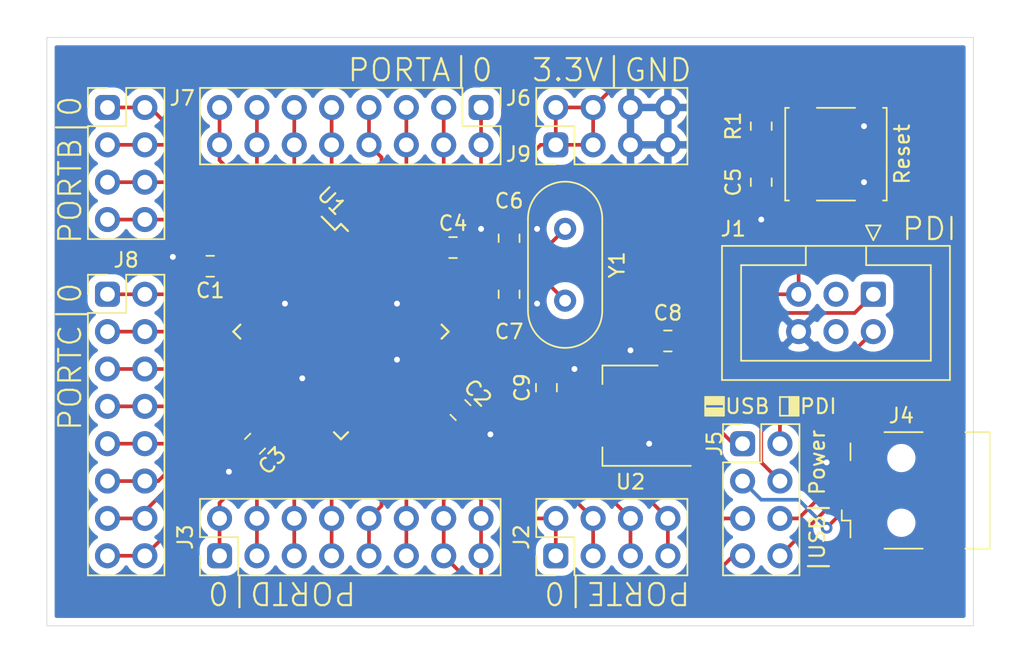
<source format=kicad_pcb>
(kicad_pcb (version 20171130) (host pcbnew 5.1.6-c6e7f7d~86~ubuntu16.04.1)

  (general
    (thickness 1.6)
    (drawings 30)
    (tracks 258)
    (zones 0)
    (modules 23)
    (nets 48)
  )

  (page A4)
  (layers
    (0 F.Cu signal)
    (31 B.Cu signal)
    (32 B.Adhes user)
    (33 F.Adhes user)
    (34 B.Paste user)
    (35 F.Paste user)
    (36 B.SilkS user)
    (37 F.SilkS user)
    (38 B.Mask user)
    (39 F.Mask user)
    (40 Dwgs.User user)
    (41 Cmts.User user)
    (42 Eco1.User user)
    (43 Eco2.User user)
    (44 Edge.Cuts user)
    (45 Margin user)
    (46 B.CrtYd user)
    (47 F.CrtYd user)
    (48 B.Fab user)
    (49 F.Fab user)
  )

  (setup
    (last_trace_width 0.25)
    (trace_clearance 0.2)
    (zone_clearance 0.508)
    (zone_45_only no)
    (trace_min 0.2)
    (via_size 0.8)
    (via_drill 0.4)
    (via_min_size 0.4)
    (via_min_drill 0.3)
    (uvia_size 0.3)
    (uvia_drill 0.1)
    (uvias_allowed no)
    (uvia_min_size 0.2)
    (uvia_min_drill 0.1)
    (edge_width 0.05)
    (segment_width 0.2)
    (pcb_text_width 0.3)
    (pcb_text_size 1.5 1.5)
    (mod_edge_width 0.12)
    (mod_text_size 1 1)
    (mod_text_width 0.15)
    (pad_size 1.7 1.7)
    (pad_drill 1)
    (pad_to_mask_clearance 0.05)
    (aux_axis_origin 0 0)
    (grid_origin 112.395 63.5)
    (visible_elements FFFFFF7F)
    (pcbplotparams
      (layerselection 0x010fc_ffffffff)
      (usegerberextensions false)
      (usegerberattributes true)
      (usegerberadvancedattributes true)
      (creategerberjobfile false)
      (excludeedgelayer true)
      (linewidth 0.100000)
      (plotframeref false)
      (viasonmask false)
      (mode 1)
      (useauxorigin false)
      (hpglpennumber 1)
      (hpglpenspeed 20)
      (hpglpendiameter 15.000000)
      (psnegative false)
      (psa4output false)
      (plotreference true)
      (plotvalue true)
      (plotinvisibletext false)
      (padsonsilk false)
      (subtractmaskfromsilk false)
      (outputformat 1)
      (mirror false)
      (drillshape 0)
      (scaleselection 1)
      (outputdirectory ""))
  )

  (net 0 "")
  (net 1 GND)
  (net 2 +3V3)
  (net 3 CLK)
  (net 4 "Net-(C6-Pad2)")
  (net 5 "Net-(C7-Pad2)")
  (net 6 "Net-(C8-Pad1)")
  (net 7 "Net-(J1-Pad4)")
  (net 8 +3.3VP)
  (net 9 "Net-(J1-Pad3)")
  (net 10 DAT)
  (net 11 "Net-(J2-Pad7)")
  (net 12 "Net-(J2-Pad5)")
  (net 13 "Net-(J2-Pad3)")
  (net 14 "Net-(J2-Pad1)")
  (net 15 DP)
  (net 16 DM)
  (net 17 "Net-(J3-Pad11)")
  (net 18 "Net-(J3-Pad10)")
  (net 19 "Net-(J3-Pad7)")
  (net 20 "Net-(J3-Pad5)")
  (net 21 "Net-(J3-Pad3)")
  (net 22 "Net-(J3-Pad1)")
  (net 23 "Net-(J4-Pad4)")
  (net 24 "Net-(J4-Pad3)")
  (net 25 "Net-(J4-Pad2)")
  (net 26 +5V)
  (net 27 "Net-(J6-Pad15)")
  (net 28 "Net-(J6-Pad13)")
  (net 29 "Net-(J6-Pad11)")
  (net 30 "Net-(J6-Pad10)")
  (net 31 "Net-(J6-Pad7)")
  (net 32 "Net-(J6-Pad5)")
  (net 33 "Net-(J6-Pad3)")
  (net 34 "Net-(J6-Pad1)")
  (net 35 "Net-(J7-Pad7)")
  (net 36 "Net-(J7-Pad5)")
  (net 37 "Net-(J7-Pad3)")
  (net 38 "Net-(J7-Pad1)")
  (net 39 "Net-(J8-Pad15)")
  (net 40 "Net-(J8-Pad13)")
  (net 41 "Net-(J8-Pad11)")
  (net 42 "Net-(J8-Pad10)")
  (net 43 "Net-(J8-Pad7)")
  (net 44 "Net-(J8-Pad5)")
  (net 45 "Net-(J8-Pad3)")
  (net 46 "Net-(J8-Pad1)")
  (net 47 "Net-(J4-Pad6)")

  (net_class Default "This is the default net class."
    (clearance 0.2)
    (trace_width 0.25)
    (via_dia 0.8)
    (via_drill 0.4)
    (uvia_dia 0.3)
    (uvia_drill 0.1)
    (add_net +3.3VP)
    (add_net +3V3)
    (add_net +5V)
    (add_net CLK)
    (add_net DAT)
    (add_net DM)
    (add_net DP)
    (add_net GND)
    (add_net "Net-(C6-Pad2)")
    (add_net "Net-(C7-Pad2)")
    (add_net "Net-(C8-Pad1)")
    (add_net "Net-(J1-Pad3)")
    (add_net "Net-(J1-Pad4)")
    (add_net "Net-(J2-Pad1)")
    (add_net "Net-(J2-Pad3)")
    (add_net "Net-(J2-Pad5)")
    (add_net "Net-(J2-Pad7)")
    (add_net "Net-(J3-Pad1)")
    (add_net "Net-(J3-Pad10)")
    (add_net "Net-(J3-Pad11)")
    (add_net "Net-(J3-Pad3)")
    (add_net "Net-(J3-Pad5)")
    (add_net "Net-(J3-Pad7)")
    (add_net "Net-(J4-Pad2)")
    (add_net "Net-(J4-Pad3)")
    (add_net "Net-(J4-Pad4)")
    (add_net "Net-(J4-Pad6)")
    (add_net "Net-(J6-Pad1)")
    (add_net "Net-(J6-Pad10)")
    (add_net "Net-(J6-Pad11)")
    (add_net "Net-(J6-Pad13)")
    (add_net "Net-(J6-Pad15)")
    (add_net "Net-(J6-Pad3)")
    (add_net "Net-(J6-Pad5)")
    (add_net "Net-(J6-Pad7)")
    (add_net "Net-(J7-Pad1)")
    (add_net "Net-(J7-Pad3)")
    (add_net "Net-(J7-Pad5)")
    (add_net "Net-(J7-Pad7)")
    (add_net "Net-(J8-Pad1)")
    (add_net "Net-(J8-Pad10)")
    (add_net "Net-(J8-Pad11)")
    (add_net "Net-(J8-Pad13)")
    (add_net "Net-(J8-Pad15)")
    (add_net "Net-(J8-Pad3)")
    (add_net "Net-(J8-Pad5)")
    (add_net "Net-(J8-Pad7)")
  )

  (module Connector_USB:USB_Mini-B_Wuerth_65100516121_Horizontal (layer F.Cu) (tedit 5D90ED94) (tstamp 5EFCDC06)
    (at 150.495 74.295 90)
    (descr "Mini USB 2.0 Type B SMT Horizontal 5 Contacts (https://katalog.we-online.de/em/datasheet/65100516121.pdf)")
    (tags "Mini USB 2.0 Type B")
    (path /5EFDF200)
    (attr smd)
    (fp_text reference J4 (at 5.08 0 180) (layer F.SilkS)
      (effects (font (size 1 1) (thickness 0.15)))
    )
    (fp_text value USB_B_Mini (at 0 7.5 90) (layer F.Fab)
      (effects (font (size 1 1) (thickness 0.15)))
    )
    (fp_line (start -5.89 4.65) (end -5.9 1.15) (layer F.CrtYd) (width 0.05))
    (fp_line (start -4.35 -0.85) (end -5.9 -0.85) (layer F.CrtYd) (width 0.05))
    (fp_line (start -5.9 1.15) (end -4.35 1.15) (layer F.CrtYd) (width 0.05))
    (fp_line (start -4.35 4.65) (end -5.89 4.65) (layer F.CrtYd) (width 0.05))
    (fp_line (start 5.9 1.15) (end 5.9 4.65) (layer F.CrtYd) (width 0.05))
    (fp_line (start 5.9 -0.85) (end 4.35 -0.85) (layer F.CrtYd) (width 0.05))
    (fp_line (start 4.35 1.15) (end 5.9 1.15) (layer F.CrtYd) (width 0.05))
    (fp_line (start 5.9 4.65) (end 4.35 4.65) (layer F.CrtYd) (width 0.05))
    (fp_line (start 4.35 -0.85) (end 4.35 1.15) (layer F.CrtYd) (width 0.05))
    (fp_line (start -4.35 1.15) (end -4.35 -0.85) (layer F.CrtYd) (width 0.05))
    (fp_line (start 4.35 4.65) (end 4.35 6.4) (layer F.CrtYd) (width 0.05))
    (fp_line (start -4.35 6.4) (end -4.35 4.65) (layer F.CrtYd) (width 0.05))
    (fp_line (start -1.3 -3.35) (end 3.85 -3.35) (layer F.Fab) (width 0.1))
    (fp_line (start -1.6 -2.85) (end -1.3 -3.35) (layer F.Fab) (width 0.1))
    (fp_line (start -1.9 -3.35) (end -1.6 -2.85) (layer F.Fab) (width 0.1))
    (fp_line (start 4.35 6.4) (end -4.35 6.4) (layer F.CrtYd) (width 0.05))
    (fp_line (start 5.9 -4.35) (end 5.9 -0.85) (layer F.CrtYd) (width 0.05))
    (fp_line (start -5.9 -4.35) (end 5.9 -4.35) (layer F.CrtYd) (width 0.05))
    (fp_line (start -5.9 -0.85) (end -5.9 -4.35) (layer F.CrtYd) (width 0.05))
    (fp_line (start 3.96 6.01) (end 3.96 4.35) (layer F.SilkS) (width 0.12))
    (fp_line (start -3.96 6.01) (end 3.96 6.01) (layer F.SilkS) (width 0.12))
    (fp_line (start -3.96 4.35) (end -3.96 6.01) (layer F.SilkS) (width 0.12))
    (fp_line (start 2.05 -3.46) (end 3.2 -3.46) (layer F.SilkS) (width 0.12))
    (fp_line (start -2.05 -4.05) (end -1.35 -4.05) (layer F.SilkS) (width 0.12))
    (fp_line (start -2.05 -3.46) (end -2.05 -4.05) (layer F.SilkS) (width 0.12))
    (fp_line (start -3.2 -3.46) (end -2.05 -3.46) (layer F.SilkS) (width 0.12))
    (fp_line (start 3.96 -1.15) (end 3.96 1.45) (layer F.SilkS) (width 0.12))
    (fp_line (start -3.96 1.45) (end -3.96 -1.15) (layer F.SilkS) (width 0.12))
    (fp_line (start -3.85 5.9) (end -3.85 -3.35) (layer F.Fab) (width 0.1))
    (fp_line (start 3.85 5.9) (end -3.85 5.9) (layer F.Fab) (width 0.1))
    (fp_line (start 3.85 -3.35) (end 3.85 5.9) (layer F.Fab) (width 0.1))
    (fp_line (start -3.85 -3.35) (end -1.9 -3.35) (layer F.Fab) (width 0.1))
    (fp_text user %R (at 0 1.6 270) (layer F.Fab)
      (effects (font (size 1 1) (thickness 0.15)))
    )
    (pad "" np_thru_hole circle (at 2.2 0 90) (size 0.9 0.9) (drill 0.9) (layers *.Cu *.Mask))
    (pad "" np_thru_hole circle (at -2.2 0 90) (size 0.9 0.9) (drill 0.9) (layers *.Cu *.Mask))
    (pad 5 smd rect (at 1.6 -2.6 90) (size 0.5 2.5) (layers F.Cu F.Paste F.Mask)
      (net 1 GND))
    (pad 4 smd rect (at 0.8 -2.6 90) (size 0.5 2.5) (layers F.Cu F.Paste F.Mask)
      (net 23 "Net-(J4-Pad4)"))
    (pad 3 smd rect (at 0 -2.6 90) (size 0.5 2.5) (layers F.Cu F.Paste F.Mask)
      (net 24 "Net-(J4-Pad3)"))
    (pad 2 smd rect (at -0.8 -2.6 90) (size 0.5 2.5) (layers F.Cu F.Paste F.Mask)
      (net 25 "Net-(J4-Pad2)"))
    (pad 1 smd rect (at -1.6 -2.6 90) (size 0.5 2.5) (layers F.Cu F.Paste F.Mask)
      (net 26 +5V))
    (pad 6 smd rect (at 4.4 -2.6 90) (size 2 2.5) (layers F.Cu F.Paste F.Mask)
      (net 47 "Net-(J4-Pad6)"))
    (pad 6 smd rect (at -4.4 -2.6 90) (size 2 2.5) (layers F.Cu F.Paste F.Mask)
      (net 47 "Net-(J4-Pad6)"))
    (pad 6 smd rect (at 4.4 2.9 90) (size 2 2.5) (layers F.Cu F.Paste F.Mask)
      (net 47 "Net-(J4-Pad6)"))
    (pad 6 smd rect (at -4.4 2.9 90) (size 2 2.5) (layers F.Cu F.Paste F.Mask)
      (net 47 "Net-(J4-Pad6)"))
    (model ${KISYS3DMOD}/Connector_USB.3dshapes/USB_Mini-B_Wuerth_65100516121_Horizontal.wrl
      (at (xyz 0 0 0))
      (scale (xyz 1 1 1))
      (rotate (xyz 0 0 0))
    )
  )

  (module Connector_IDC:IDC-Header_2x03_P2.54mm_Vertical (layer F.Cu) (tedit 5EAC9A07) (tstamp 5EFCDB90)
    (at 148.59 60.96 270)
    (descr "Through hole IDC box header, 2x03, 2.54mm pitch, DIN 41651 / IEC 60603-13, double rows, https://docs.google.com/spreadsheets/d/16SsEcesNF15N3Lb4niX7dcUr-NY5_MFPQhobNuNppn4/edit#gid=0")
    (tags "Through hole vertical IDC box header THT 2x03 2.54mm double row")
    (path /5EFC93E4)
    (fp_text reference J1 (at -4.445 9.525) (layer F.SilkS)
      (effects (font (size 1 1) (thickness 0.15)))
    )
    (fp_text value PDI (at 1.27 11.18 90) (layer F.Fab)
      (effects (font (size 1 1) (thickness 0.15)))
    )
    (fp_line (start 6.22 -5.6) (end -3.68 -5.6) (layer F.CrtYd) (width 0.05))
    (fp_line (start 6.22 10.69) (end 6.22 -5.6) (layer F.CrtYd) (width 0.05))
    (fp_line (start -3.68 10.69) (end 6.22 10.69) (layer F.CrtYd) (width 0.05))
    (fp_line (start -3.68 -5.6) (end -3.68 10.69) (layer F.CrtYd) (width 0.05))
    (fp_line (start -4.68 0.5) (end -3.68 0) (layer F.SilkS) (width 0.12))
    (fp_line (start -4.68 -0.5) (end -4.68 0.5) (layer F.SilkS) (width 0.12))
    (fp_line (start -3.68 0) (end -4.68 -0.5) (layer F.SilkS) (width 0.12))
    (fp_line (start -1.98 4.59) (end -3.29 4.59) (layer F.SilkS) (width 0.12))
    (fp_line (start -1.98 4.59) (end -1.98 4.59) (layer F.SilkS) (width 0.12))
    (fp_line (start -1.98 8.99) (end -1.98 4.59) (layer F.SilkS) (width 0.12))
    (fp_line (start 4.52 8.99) (end -1.98 8.99) (layer F.SilkS) (width 0.12))
    (fp_line (start 4.52 -3.91) (end 4.52 8.99) (layer F.SilkS) (width 0.12))
    (fp_line (start -1.98 -3.91) (end 4.52 -3.91) (layer F.SilkS) (width 0.12))
    (fp_line (start -1.98 0.49) (end -1.98 -3.91) (layer F.SilkS) (width 0.12))
    (fp_line (start -3.29 0.49) (end -1.98 0.49) (layer F.SilkS) (width 0.12))
    (fp_line (start -3.29 10.29) (end -3.29 -5.21) (layer F.SilkS) (width 0.12))
    (fp_line (start 5.83 10.29) (end -3.29 10.29) (layer F.SilkS) (width 0.12))
    (fp_line (start 5.83 -5.21) (end 5.83 10.29) (layer F.SilkS) (width 0.12))
    (fp_line (start -3.29 -5.21) (end 5.83 -5.21) (layer F.SilkS) (width 0.12))
    (fp_line (start -1.98 4.59) (end -3.18 4.59) (layer F.Fab) (width 0.1))
    (fp_line (start -1.98 4.59) (end -1.98 4.59) (layer F.Fab) (width 0.1))
    (fp_line (start -1.98 8.99) (end -1.98 4.59) (layer F.Fab) (width 0.1))
    (fp_line (start 4.52 8.99) (end -1.98 8.99) (layer F.Fab) (width 0.1))
    (fp_line (start 4.52 -3.91) (end 4.52 8.99) (layer F.Fab) (width 0.1))
    (fp_line (start -1.98 -3.91) (end 4.52 -3.91) (layer F.Fab) (width 0.1))
    (fp_line (start -1.98 0.49) (end -1.98 -3.91) (layer F.Fab) (width 0.1))
    (fp_line (start -3.18 0.49) (end -1.98 0.49) (layer F.Fab) (width 0.1))
    (fp_line (start -3.18 10.18) (end -3.18 -4.1) (layer F.Fab) (width 0.1))
    (fp_line (start 5.72 10.18) (end -3.18 10.18) (layer F.Fab) (width 0.1))
    (fp_line (start 5.72 -5.1) (end 5.72 10.18) (layer F.Fab) (width 0.1))
    (fp_line (start -2.18 -5.1) (end 5.72 -5.1) (layer F.Fab) (width 0.1))
    (fp_line (start -3.18 -4.1) (end -2.18 -5.1) (layer F.Fab) (width 0.1))
    (fp_text user %R (at 1.27 2.54) (layer F.Fab)
      (effects (font (size 1 1) (thickness 0.15)))
    )
    (pad 6 thru_hole circle (at 2.54 5.08 270) (size 1.7 1.7) (drill 1) (layers *.Cu *.Mask)
      (net 1 GND))
    (pad 4 thru_hole circle (at 2.54 2.54 270) (size 1.7 1.7) (drill 1) (layers *.Cu *.Mask)
      (net 7 "Net-(J1-Pad4)"))
    (pad 2 thru_hole circle (at 2.54 0 270) (size 1.7 1.7) (drill 1) (layers *.Cu *.Mask)
      (net 8 +3.3VP))
    (pad 5 thru_hole circle (at 0 5.08 270) (size 1.7 1.7) (drill 1) (layers *.Cu *.Mask)
      (net 3 CLK))
    (pad 3 thru_hole circle (at 0 2.54 270) (size 1.7 1.7) (drill 1) (layers *.Cu *.Mask)
      (net 9 "Net-(J1-Pad3)"))
    (pad 1 thru_hole roundrect (at 0 0 270) (size 1.7 1.7) (drill 1) (layers *.Cu *.Mask) (roundrect_rratio 0.147059)
      (net 10 DAT))
    (model ${KISYS3DMOD}/Connector_IDC.3dshapes/IDC-Header_2x03_P2.54mm_Vertical.wrl
      (at (xyz 0 0 0))
      (scale (xyz 1 1 1))
      (rotate (xyz 0 0 0))
    )
  )

  (module Crystal:Crystal_HC49-U_Vertical (layer F.Cu) (tedit 5A1AD3B8) (tstamp 5EFCDD47)
    (at 127.635 56.515 270)
    (descr "Crystal THT HC-49/U http://5hertz.com/pdfs/04404_D.pdf")
    (tags "THT crystalHC-49/U")
    (path /5EFCAFB0)
    (fp_text reference Y1 (at 2.44 -3.525 90) (layer F.SilkS)
      (effects (font (size 1 1) (thickness 0.15)))
    )
    (fp_text value Crystal (at 2.44 3.525 90) (layer F.Fab)
      (effects (font (size 1 1) (thickness 0.15)))
    )
    (fp_line (start 8.4 -2.8) (end -3.5 -2.8) (layer F.CrtYd) (width 0.05))
    (fp_line (start 8.4 2.8) (end 8.4 -2.8) (layer F.CrtYd) (width 0.05))
    (fp_line (start -3.5 2.8) (end 8.4 2.8) (layer F.CrtYd) (width 0.05))
    (fp_line (start -3.5 -2.8) (end -3.5 2.8) (layer F.CrtYd) (width 0.05))
    (fp_line (start -0.685 2.525) (end 5.565 2.525) (layer F.SilkS) (width 0.12))
    (fp_line (start -0.685 -2.525) (end 5.565 -2.525) (layer F.SilkS) (width 0.12))
    (fp_line (start -0.56 2) (end 5.44 2) (layer F.Fab) (width 0.1))
    (fp_line (start -0.56 -2) (end 5.44 -2) (layer F.Fab) (width 0.1))
    (fp_line (start -0.685 2.325) (end 5.565 2.325) (layer F.Fab) (width 0.1))
    (fp_line (start -0.685 -2.325) (end 5.565 -2.325) (layer F.Fab) (width 0.1))
    (fp_arc (start 5.565 0) (end 5.565 -2.525) (angle 180) (layer F.SilkS) (width 0.12))
    (fp_arc (start -0.685 0) (end -0.685 -2.525) (angle -180) (layer F.SilkS) (width 0.12))
    (fp_arc (start 5.44 0) (end 5.44 -2) (angle 180) (layer F.Fab) (width 0.1))
    (fp_arc (start -0.56 0) (end -0.56 -2) (angle -180) (layer F.Fab) (width 0.1))
    (fp_arc (start 5.565 0) (end 5.565 -2.325) (angle 180) (layer F.Fab) (width 0.1))
    (fp_arc (start -0.685 0) (end -0.685 -2.325) (angle -180) (layer F.Fab) (width 0.1))
    (fp_text user %R (at 2.44 0 90) (layer F.Fab)
      (effects (font (size 1 1) (thickness 0.15)))
    )
    (pad 2 thru_hole circle (at 4.88 0 270) (size 1.5 1.5) (drill 0.8) (layers *.Cu *.Mask)
      (net 5 "Net-(C7-Pad2)"))
    (pad 1 thru_hole circle (at 0 0 270) (size 1.5 1.5) (drill 0.8) (layers *.Cu *.Mask)
      (net 4 "Net-(C6-Pad2)"))
    (model ${KISYS3DMOD}/Crystal.3dshapes/Crystal_HC49-U_Vertical.wrl
      (at (xyz 0 0 0))
      (scale (xyz 1 1 1))
      (rotate (xyz 0 0 0))
    )
  )

  (module Package_TO_SOT_SMD:SOT-223-3_TabPin2 (layer F.Cu) (tedit 5EFCAE2C) (tstamp 5EFCDD30)
    (at 132.08 69.215 180)
    (descr "module CMS SOT223 4 pins")
    (tags "CMS SOT")
    (path /5EFE6363)
    (attr smd)
    (fp_text reference U2 (at 0 -4.5) (layer F.SilkS)
      (effects (font (size 1 1) (thickness 0.15)))
    )
    (fp_text value AP1117-33 (at 0 4.5) (layer F.Fab)
      (effects (font (size 1 1) (thickness 0.15)))
    )
    (fp_line (start 1.85 -3.35) (end 1.85 3.35) (layer F.Fab) (width 0.1))
    (fp_line (start -1.85 3.35) (end 1.85 3.35) (layer F.Fab) (width 0.1))
    (fp_line (start -4.1 -3.41) (end 1.91 -3.41) (layer F.SilkS) (width 0.12))
    (fp_line (start -0.85 -3.35) (end 1.85 -3.35) (layer F.Fab) (width 0.1))
    (fp_line (start -1.85 3.41) (end 1.91 3.41) (layer F.SilkS) (width 0.12))
    (fp_line (start -1.85 -2.35) (end -1.85 3.35) (layer F.Fab) (width 0.1))
    (fp_line (start -1.85 -2.35) (end -0.85 -3.35) (layer F.Fab) (width 0.1))
    (fp_line (start -4.4 -3.6) (end -4.4 3.6) (layer F.CrtYd) (width 0.05))
    (fp_line (start -4.4 3.6) (end 4.4 3.6) (layer F.CrtYd) (width 0.05))
    (fp_line (start 4.4 3.6) (end 4.4 -3.6) (layer F.CrtYd) (width 0.05))
    (fp_line (start 4.4 -3.6) (end -4.4 -3.6) (layer F.CrtYd) (width 0.05))
    (fp_line (start 1.91 -3.41) (end 1.91 -2.15) (layer F.SilkS) (width 0.12))
    (fp_line (start 1.91 3.41) (end 1.91 2.15) (layer F.SilkS) (width 0.12))
    (fp_text user %R (at 0 0 90) (layer F.Fab)
      (effects (font (size 0.8 0.8) (thickness 0.12)))
    )
    (pad 1 smd roundrect (at -3.15 -2.3 180) (size 2 1.5) (layers F.Cu F.Paste F.Mask) (roundrect_rratio 0.25)
      (net 1 GND))
    (pad 3 smd roundrect (at -3.15 2.3 180) (size 2 1.5) (layers F.Cu F.Paste F.Mask) (roundrect_rratio 0.25)
      (net 6 "Net-(C8-Pad1)"))
    (pad 2 smd roundrect (at -3.15 0 180) (size 2 1.5) (layers F.Cu F.Paste F.Mask) (roundrect_rratio 0.25)
      (net 2 +3V3))
    (pad 2 smd roundrect (at 3.15 0 180) (size 2 3.8) (layers F.Cu F.Paste F.Mask) (roundrect_rratio 0.25)
      (net 2 +3V3))
    (model ${KISYS3DMOD}/Package_TO_SOT_SMD.3dshapes/SOT-223.wrl
      (at (xyz 0 0 0))
      (scale (xyz 1 1 1))
      (rotate (xyz 0 0 0))
    )
  )

  (module modules:TQFP-44_10x10mm_P0.8mm_Handsoldering (layer F.Cu) (tedit 5EDA1C4C) (tstamp 5EFCDD1A)
    (at 112.395 63.5 315)
    (descr "44-Lead Plastic Thin Quad Flatpack (PT) - 10x10x1.0 mm Body [TQFP] (see Microchip Packaging Specification 00000049BS.pdf)")
    (tags "QFP 0.8")
    (path /5EFC5EA2)
    (attr smd)
    (fp_text reference U1 (at -6.735192 -5.837166 135) (layer F.SilkS)
      (effects (font (size 1 1) (thickness 0.15)))
    )
    (fp_text value ATxmega32A4U-AU (at 0 7.45 135) (layer F.Fab)
      (effects (font (size 1 1) (thickness 0.15)))
    )
    (fp_line (start -5.175 -4.6) (end -6.45 -4.6) (layer F.SilkS) (width 0.15))
    (fp_line (start 5.175 -5.175) (end 4.5 -5.175) (layer F.SilkS) (width 0.15))
    (fp_line (start 5.175 5.175) (end 4.5 5.175) (layer F.SilkS) (width 0.15))
    (fp_line (start -5.175 5.175) (end -4.5 5.175) (layer F.SilkS) (width 0.15))
    (fp_line (start -5.175 -5.175) (end -4.5 -5.175) (layer F.SilkS) (width 0.15))
    (fp_line (start -5.175 5.175) (end -5.175 4.5) (layer F.SilkS) (width 0.15))
    (fp_line (start 5.175 5.175) (end 5.175 4.5) (layer F.SilkS) (width 0.15))
    (fp_line (start 5.175 -5.175) (end 5.175 -4.5) (layer F.SilkS) (width 0.15))
    (fp_line (start -5.175 -5.175) (end -5.175 -4.6) (layer F.SilkS) (width 0.15))
    (fp_line (start -6.7 6.7) (end 6.7 6.7) (layer F.CrtYd) (width 0.05))
    (fp_line (start -6.7 -6.7) (end 6.7 -6.7) (layer F.CrtYd) (width 0.05))
    (fp_line (start 6.7 -6.7) (end 6.7 6.7) (layer F.CrtYd) (width 0.05))
    (fp_line (start -6.7 -6.7) (end -6.7 6.7) (layer F.CrtYd) (width 0.05))
    (fp_line (start -5 -4) (end -4 -5) (layer F.Fab) (width 0.15))
    (fp_line (start -5 5) (end -5 -4) (layer F.Fab) (width 0.15))
    (fp_line (start 5 5) (end -5 5) (layer F.Fab) (width 0.15))
    (fp_line (start 5 -5) (end 5 5) (layer F.Fab) (width 0.15))
    (fp_line (start -4 -5) (end 5 -5) (layer F.Fab) (width 0.15))
    (fp_text user %R (at 0 0 135) (layer F.Fab)
      (effects (font (size 1 1) (thickness 0.15)))
    )
    (pad 1 smd roundrect (at -5.8 -4 315) (size 1.7 0.55) (layers F.Cu F.Paste F.Mask) (roundrect_rratio 0.25)
      (net 29 "Net-(J6-Pad11)"))
    (pad 2 smd roundrect (at -5.8 -3.2 315) (size 1.7 0.55) (layers F.Cu F.Paste F.Mask) (roundrect_rratio 0.25)
      (net 28 "Net-(J6-Pad13)"))
    (pad 3 smd roundrect (at -5.8 -2.4 315) (size 1.7 0.55) (layers F.Cu F.Paste F.Mask) (roundrect_rratio 0.25)
      (net 27 "Net-(J6-Pad15)"))
    (pad 4 smd roundrect (at -5.8 -1.6 315) (size 1.7 0.55) (layers F.Cu F.Paste F.Mask) (roundrect_rratio 0.25)
      (net 38 "Net-(J7-Pad1)"))
    (pad 5 smd roundrect (at -5.8 -0.8 315) (size 1.7 0.55) (layers F.Cu F.Paste F.Mask) (roundrect_rratio 0.25)
      (net 37 "Net-(J7-Pad3)"))
    (pad 6 smd roundrect (at -5.8 0 315) (size 1.7 0.55) (layers F.Cu F.Paste F.Mask) (roundrect_rratio 0.25)
      (net 36 "Net-(J7-Pad5)"))
    (pad 7 smd roundrect (at -5.8 0.8 315) (size 1.7 0.55) (layers F.Cu F.Paste F.Mask) (roundrect_rratio 0.25)
      (net 35 "Net-(J7-Pad7)"))
    (pad 8 smd roundrect (at -5.8 1.6 315) (size 1.7 0.55) (layers F.Cu F.Paste F.Mask) (roundrect_rratio 0.25)
      (net 1 GND))
    (pad 9 smd roundrect (at -5.8 2.4 315) (size 1.7 0.55) (layers F.Cu F.Paste F.Mask) (roundrect_rratio 0.25)
      (net 2 +3V3))
    (pad 10 smd roundrect (at -5.8 3.2 315) (size 1.7 0.55) (layers F.Cu F.Paste F.Mask) (roundrect_rratio 0.25)
      (net 46 "Net-(J8-Pad1)"))
    (pad 11 smd roundrect (at -5.8 4 315) (size 1.7 0.55) (layers F.Cu F.Paste F.Mask) (roundrect_rratio 0.25)
      (net 45 "Net-(J8-Pad3)"))
    (pad 12 smd roundrect (at -4 5.8 45) (size 1.7 0.55) (layers F.Cu F.Paste F.Mask) (roundrect_rratio 0.25)
      (net 44 "Net-(J8-Pad5)"))
    (pad 13 smd roundrect (at -3.2 5.8 45) (size 1.7 0.55) (layers F.Cu F.Paste F.Mask) (roundrect_rratio 0.25)
      (net 43 "Net-(J8-Pad7)"))
    (pad 14 smd roundrect (at -2.4 5.8 45) (size 1.7 0.55) (layers F.Cu F.Paste F.Mask) (roundrect_rratio 0.25)
      (net 42 "Net-(J8-Pad10)"))
    (pad 15 smd roundrect (at -1.6 5.8 45) (size 1.7 0.55) (layers F.Cu F.Paste F.Mask) (roundrect_rratio 0.25)
      (net 41 "Net-(J8-Pad11)"))
    (pad 16 smd roundrect (at -0.8 5.8 45) (size 1.7 0.55) (layers F.Cu F.Paste F.Mask) (roundrect_rratio 0.25)
      (net 40 "Net-(J8-Pad13)"))
    (pad 17 smd roundrect (at 0 5.8 45) (size 1.7 0.55) (layers F.Cu F.Paste F.Mask) (roundrect_rratio 0.25)
      (net 39 "Net-(J8-Pad15)"))
    (pad 18 smd roundrect (at 0.8 5.8 45) (size 1.7 0.55) (layers F.Cu F.Paste F.Mask) (roundrect_rratio 0.25)
      (net 1 GND))
    (pad 19 smd roundrect (at 1.6 5.8 45) (size 1.7 0.55) (layers F.Cu F.Paste F.Mask) (roundrect_rratio 0.25)
      (net 2 +3V3))
    (pad 20 smd roundrect (at 2.4 5.8 45) (size 1.7 0.55) (layers F.Cu F.Paste F.Mask) (roundrect_rratio 0.25)
      (net 22 "Net-(J3-Pad1)"))
    (pad 21 smd roundrect (at 3.2 5.8 45) (size 1.7 0.55) (layers F.Cu F.Paste F.Mask) (roundrect_rratio 0.25)
      (net 21 "Net-(J3-Pad3)"))
    (pad 22 smd roundrect (at 4 5.8 45) (size 1.7 0.55) (layers F.Cu F.Paste F.Mask) (roundrect_rratio 0.25)
      (net 20 "Net-(J3-Pad5)"))
    (pad 23 smd roundrect (at 5.8 4 315) (size 1.7 0.55) (layers F.Cu F.Paste F.Mask) (roundrect_rratio 0.25)
      (net 19 "Net-(J3-Pad7)"))
    (pad 24 smd roundrect (at 5.8 3.2 315) (size 1.7 0.55) (layers F.Cu F.Paste F.Mask) (roundrect_rratio 0.25)
      (net 18 "Net-(J3-Pad10)"))
    (pad 25 smd roundrect (at 5.8 2.4 315) (size 1.7 0.55) (layers F.Cu F.Paste F.Mask) (roundrect_rratio 0.25)
      (net 17 "Net-(J3-Pad11)"))
    (pad 26 smd roundrect (at 5.8 1.6 315) (size 1.7 0.55) (layers F.Cu F.Paste F.Mask) (roundrect_rratio 0.25)
      (net 16 DM))
    (pad 27 smd roundrect (at 5.8 0.8 315) (size 1.7 0.55) (layers F.Cu F.Paste F.Mask) (roundrect_rratio 0.25)
      (net 15 DP))
    (pad 28 smd roundrect (at 5.8 0 315) (size 1.7 0.55) (layers F.Cu F.Paste F.Mask) (roundrect_rratio 0.25)
      (net 14 "Net-(J2-Pad1)"))
    (pad 29 smd roundrect (at 5.8 -0.8 315) (size 1.7 0.55) (layers F.Cu F.Paste F.Mask) (roundrect_rratio 0.25)
      (net 13 "Net-(J2-Pad3)"))
    (pad 30 smd roundrect (at 5.8 -1.6 315) (size 1.7 0.55) (layers F.Cu F.Paste F.Mask) (roundrect_rratio 0.25)
      (net 1 GND))
    (pad 31 smd roundrect (at 5.8 -2.4 315) (size 1.7 0.55) (layers F.Cu F.Paste F.Mask) (roundrect_rratio 0.25)
      (net 2 +3V3))
    (pad 32 smd roundrect (at 5.8 -3.2 315) (size 1.7 0.55) (layers F.Cu F.Paste F.Mask) (roundrect_rratio 0.25)
      (net 12 "Net-(J2-Pad5)"))
    (pad 33 smd roundrect (at 5.8 -4 315) (size 1.7 0.55) (layers F.Cu F.Paste F.Mask) (roundrect_rratio 0.25)
      (net 11 "Net-(J2-Pad7)"))
    (pad 34 smd roundrect (at 4 -5.8 45) (size 1.7 0.55) (layers F.Cu F.Paste F.Mask) (roundrect_rratio 0.25)
      (net 10 DAT))
    (pad 35 smd roundrect (at 3.2 -5.8 45) (size 1.7 0.55) (layers F.Cu F.Paste F.Mask) (roundrect_rratio 0.25)
      (net 3 CLK))
    (pad 36 smd roundrect (at 2.4 -5.8 45) (size 1.7 0.55) (layers F.Cu F.Paste F.Mask) (roundrect_rratio 0.25)
      (net 5 "Net-(C7-Pad2)"))
    (pad 37 smd roundrect (at 1.6 -5.8 45) (size 1.7 0.55) (layers F.Cu F.Paste F.Mask) (roundrect_rratio 0.25)
      (net 4 "Net-(C6-Pad2)"))
    (pad 38 smd roundrect (at 0.8 -5.8 45) (size 1.7 0.55) (layers F.Cu F.Paste F.Mask) (roundrect_rratio 0.25)
      (net 1 GND))
    (pad 39 smd roundrect (at 0 -5.8 45) (size 1.7 0.55) (layers F.Cu F.Paste F.Mask) (roundrect_rratio 0.25)
      (net 2 +3V3))
    (pad 40 smd roundrect (at -0.8 -5.8 45) (size 1.7 0.55) (layers F.Cu F.Paste F.Mask) (roundrect_rratio 0.25)
      (net 34 "Net-(J6-Pad1)"))
    (pad 41 smd roundrect (at -1.6 -5.8 45) (size 1.7 0.55) (layers F.Cu F.Paste F.Mask) (roundrect_rratio 0.25)
      (net 33 "Net-(J6-Pad3)"))
    (pad 42 smd roundrect (at -2.4 -5.8 45) (size 1.7 0.55) (layers F.Cu F.Paste F.Mask) (roundrect_rratio 0.25)
      (net 32 "Net-(J6-Pad5)"))
    (pad 43 smd roundrect (at -3.2 -5.8 45) (size 1.7 0.55) (layers F.Cu F.Paste F.Mask) (roundrect_rratio 0.25)
      (net 31 "Net-(J6-Pad7)"))
    (pad 44 smd roundrect (at -4 -5.8 45) (size 1.7 0.55) (layers F.Cu F.Paste F.Mask) (roundrect_rratio 0.25)
      (net 30 "Net-(J6-Pad10)"))
    (model ${KISYS3DMOD}/Package_QFP.3dshapes/TQFP-44_10x10mm_P0.8mm.wrl
      (at (xyz 0 0 0))
      (scale (xyz 1 1 1))
      (rotate (xyz 0 0 0))
    )
  )

  (module Button_Switch_SMD:SW_SPST_B3S-1000 (layer F.Cu) (tedit 5EFCADF0) (tstamp 5EFDB955)
    (at 146.05 51.435 270)
    (descr "Surface Mount Tactile Switch for High-Density Packaging")
    (tags "Tactile Switch")
    (path /5EFEF6AB)
    (attr smd)
    (fp_text reference Reset (at 0 -4.5 90) (layer F.SilkS)
      (effects (font (size 1 1) (thickness 0.15)))
    )
    (fp_text value SW_Push (at 0 4.5 90) (layer F.Fab)
      (effects (font (size 1 1) (thickness 0.15)))
    )
    (fp_line (start -3 3.3) (end -3 -3.3) (layer F.Fab) (width 0.1))
    (fp_line (start 3 3.3) (end -3 3.3) (layer F.Fab) (width 0.1))
    (fp_line (start 3 -3.3) (end 3 3.3) (layer F.Fab) (width 0.1))
    (fp_line (start -3 -3.3) (end 3 -3.3) (layer F.Fab) (width 0.1))
    (fp_circle (center 0 0) (end 1.65 0) (layer F.Fab) (width 0.1))
    (fp_line (start 3.15 -1.3) (end 3.15 1.3) (layer F.SilkS) (width 0.12))
    (fp_line (start -3.15 3.45) (end -3.15 3.2) (layer F.SilkS) (width 0.12))
    (fp_line (start 3.15 3.45) (end -3.15 3.45) (layer F.SilkS) (width 0.12))
    (fp_line (start 3.15 3.2) (end 3.15 3.45) (layer F.SilkS) (width 0.12))
    (fp_line (start -3.15 1.3) (end -3.15 -1.3) (layer F.SilkS) (width 0.12))
    (fp_line (start 3.15 -3.45) (end 3.15 -3.2) (layer F.SilkS) (width 0.12))
    (fp_line (start -3.15 -3.45) (end 3.15 -3.45) (layer F.SilkS) (width 0.12))
    (fp_line (start -3.15 -3.2) (end -3.15 -3.45) (layer F.SilkS) (width 0.12))
    (fp_line (start -5 -3.7) (end -5 3.7) (layer F.CrtYd) (width 0.05))
    (fp_line (start 5 -3.7) (end -5 -3.7) (layer F.CrtYd) (width 0.05))
    (fp_line (start 5 3.7) (end 5 -3.7) (layer F.CrtYd) (width 0.05))
    (fp_line (start -5 3.7) (end 5 3.7) (layer F.CrtYd) (width 0.05))
    (fp_text user %R (at 0 -4.5 90) (layer F.Fab)
      (effects (font (size 1 1) (thickness 0.15)))
    )
    (pad 2 smd roundrect (at 3.975 2.25 270) (size 1.8 1.6) (layers F.Cu F.Paste F.Mask) (roundrect_rratio 0.25)
      (net 3 CLK))
    (pad 2 smd roundrect (at -3.975 2.25 270) (size 1.8 1.6) (layers F.Cu F.Paste F.Mask) (roundrect_rratio 0.25)
      (net 3 CLK))
    (pad 1 smd roundrect (at 3.975 -2.25 270) (size 1.8 1.6) (layers F.Cu F.Paste F.Mask) (roundrect_rratio 0.25)
      (net 1 GND))
    (pad 1 smd roundrect (at -3.975 -2.25 270) (size 1.8 1.6) (layers F.Cu F.Paste F.Mask) (roundrect_rratio 0.25)
      (net 1 GND))
    (model ${KISYS3DMOD}/Button_Switch_SMD.3dshapes/SW_SPST_B3S-1000.wrl
      (at (xyz 0 0 0))
      (scale (xyz 1 1 1))
      (rotate (xyz 0 0 0))
    )
  )

  (module Resistor_SMD:R_0805_2012Metric_Pad1.15x1.40mm_HandSolder (layer F.Cu) (tedit 5B36C52B) (tstamp 5EFDB997)
    (at 140.97 49.53 270)
    (descr "Resistor SMD 0805 (2012 Metric), square (rectangular) end terminal, IPC_7351 nominal with elongated pad for handsoldering. (Body size source: https://docs.google.com/spreadsheets/d/1BsfQQcO9C6DZCsRaXUlFlo91Tg2WpOkGARC1WS5S8t0/edit?usp=sharing), generated with kicad-footprint-generator")
    (tags "resistor handsolder")
    (path /5EFD8414)
    (attr smd)
    (fp_text reference R1 (at 0 1.905 90) (layer F.SilkS)
      (effects (font (size 1 1) (thickness 0.15)))
    )
    (fp_text value R (at 0 1.65 90) (layer F.Fab)
      (effects (font (size 1 1) (thickness 0.15)))
    )
    (fp_line (start 1.85 0.95) (end -1.85 0.95) (layer F.CrtYd) (width 0.05))
    (fp_line (start 1.85 -0.95) (end 1.85 0.95) (layer F.CrtYd) (width 0.05))
    (fp_line (start -1.85 -0.95) (end 1.85 -0.95) (layer F.CrtYd) (width 0.05))
    (fp_line (start -1.85 0.95) (end -1.85 -0.95) (layer F.CrtYd) (width 0.05))
    (fp_line (start -0.261252 0.71) (end 0.261252 0.71) (layer F.SilkS) (width 0.12))
    (fp_line (start -0.261252 -0.71) (end 0.261252 -0.71) (layer F.SilkS) (width 0.12))
    (fp_line (start 1 0.6) (end -1 0.6) (layer F.Fab) (width 0.1))
    (fp_line (start 1 -0.6) (end 1 0.6) (layer F.Fab) (width 0.1))
    (fp_line (start -1 -0.6) (end 1 -0.6) (layer F.Fab) (width 0.1))
    (fp_line (start -1 0.6) (end -1 -0.6) (layer F.Fab) (width 0.1))
    (fp_text user %R (at 0 0 90) (layer F.Fab)
      (effects (font (size 0.5 0.5) (thickness 0.08)))
    )
    (pad 2 smd roundrect (at 1.025 0 270) (size 1.15 1.4) (layers F.Cu F.Paste F.Mask) (roundrect_rratio 0.217391)
      (net 3 CLK))
    (pad 1 smd roundrect (at -1.025 0 270) (size 1.15 1.4) (layers F.Cu F.Paste F.Mask) (roundrect_rratio 0.217391)
      (net 2 +3V3))
    (model ${KISYS3DMOD}/Resistor_SMD.3dshapes/R_0805_2012Metric.wrl
      (at (xyz 0 0 0))
      (scale (xyz 1 1 1))
      (rotate (xyz 0 0 0))
    )
  )

  (module Connector_PinHeader_2.54mm:PinHeader_2x04_P2.54mm_Vertical (layer F.Cu) (tedit 5EFCADFB) (tstamp 5EFCDCAC)
    (at 127 50.8 90)
    (descr "Through hole straight pin header, 2x04, 2.54mm pitch, double rows")
    (tags "Through hole pin header THT 2x04 2.54mm double row")
    (path /5EFFFB42)
    (fp_text reference J9 (at -0.635 -2.54 180) (layer F.SilkS)
      (effects (font (size 1 1) (thickness 0.15)))
    )
    (fp_text value Conn_02x04_Odd_Even (at 1.27 9.95 90) (layer F.Fab)
      (effects (font (size 1 1) (thickness 0.15)))
    )
    (fp_line (start 4.35 -1.8) (end -1.8 -1.8) (layer F.CrtYd) (width 0.05))
    (fp_line (start 4.35 9.4) (end 4.35 -1.8) (layer F.CrtYd) (width 0.05))
    (fp_line (start -1.8 9.4) (end 4.35 9.4) (layer F.CrtYd) (width 0.05))
    (fp_line (start -1.8 -1.8) (end -1.8 9.4) (layer F.CrtYd) (width 0.05))
    (fp_line (start -1.33 -1.33) (end 0 -1.33) (layer F.SilkS) (width 0.12))
    (fp_line (start -1.33 0) (end -1.33 -1.33) (layer F.SilkS) (width 0.12))
    (fp_line (start 1.27 -1.33) (end 3.87 -1.33) (layer F.SilkS) (width 0.12))
    (fp_line (start 1.27 1.27) (end 1.27 -1.33) (layer F.SilkS) (width 0.12))
    (fp_line (start -1.33 1.27) (end 1.27 1.27) (layer F.SilkS) (width 0.12))
    (fp_line (start 3.87 -1.33) (end 3.87 8.95) (layer F.SilkS) (width 0.12))
    (fp_line (start -1.33 1.27) (end -1.33 8.95) (layer F.SilkS) (width 0.12))
    (fp_line (start -1.33 8.95) (end 3.87 8.95) (layer F.SilkS) (width 0.12))
    (fp_line (start -1.27 0) (end 0 -1.27) (layer F.Fab) (width 0.1))
    (fp_line (start -1.27 8.89) (end -1.27 0) (layer F.Fab) (width 0.1))
    (fp_line (start 3.81 8.89) (end -1.27 8.89) (layer F.Fab) (width 0.1))
    (fp_line (start 3.81 -1.27) (end 3.81 8.89) (layer F.Fab) (width 0.1))
    (fp_line (start 0 -1.27) (end 3.81 -1.27) (layer F.Fab) (width 0.1))
    (fp_text user %R (at 1.27 3.81) (layer F.Fab)
      (effects (font (size 1 1) (thickness 0.15)))
    )
    (pad 8 thru_hole oval (at 2.54 7.62 90) (size 1.7 1.7) (drill 1) (layers *.Cu *.Mask)
      (net 1 GND))
    (pad 7 thru_hole oval (at 0 7.62 90) (size 1.7 1.7) (drill 1) (layers *.Cu *.Mask)
      (net 1 GND))
    (pad 6 thru_hole oval (at 2.54 5.08 90) (size 1.7 1.7) (drill 1) (layers *.Cu *.Mask)
      (net 1 GND))
    (pad 5 thru_hole oval (at 0 5.08 90) (size 1.7 1.7) (drill 1) (layers *.Cu *.Mask)
      (net 1 GND))
    (pad 4 thru_hole oval (at 2.54 2.54 90) (size 1.7 1.7) (drill 1) (layers *.Cu *.Mask)
      (net 2 +3V3))
    (pad 3 thru_hole oval (at 0 2.54 90) (size 1.7 1.7) (drill 1) (layers *.Cu *.Mask)
      (net 2 +3V3))
    (pad 2 thru_hole oval (at 2.54 0 90) (size 1.7 1.7) (drill 1) (layers *.Cu *.Mask)
      (net 2 +3V3))
    (pad 1 thru_hole roundrect (at 0 0 90) (size 1.7 1.7) (drill 1) (layers *.Cu *.Mask) (roundrect_rratio 0.25)
      (net 2 +3V3))
    (model ${KISYS3DMOD}/Connector_PinHeader_2.54mm.3dshapes/PinHeader_2x04_P2.54mm_Vertical.wrl
      (at (xyz 0 0 0))
      (scale (xyz 1 1 1))
      (rotate (xyz 0 0 0))
    )
  )

  (module Connector_PinHeader_2.54mm:PinHeader_2x08_P2.54mm_Vertical (layer F.Cu) (tedit 5EFCAE0E) (tstamp 5EFCDC8E)
    (at 96.52 60.96)
    (descr "Through hole straight pin header, 2x08, 2.54mm pitch, double rows")
    (tags "Through hole pin header THT 2x08 2.54mm double row")
    (path /5EFFBA8D)
    (fp_text reference J8 (at 1.27 -2.33) (layer F.SilkS)
      (effects (font (size 1 1) (thickness 0.15)))
    )
    (fp_text value Conn_02x08_Odd_Even (at 1.27 20.11) (layer F.Fab)
      (effects (font (size 1 1) (thickness 0.15)))
    )
    (fp_line (start 4.35 -1.8) (end -1.8 -1.8) (layer F.CrtYd) (width 0.05))
    (fp_line (start 4.35 19.55) (end 4.35 -1.8) (layer F.CrtYd) (width 0.05))
    (fp_line (start -1.8 19.55) (end 4.35 19.55) (layer F.CrtYd) (width 0.05))
    (fp_line (start -1.8 -1.8) (end -1.8 19.55) (layer F.CrtYd) (width 0.05))
    (fp_line (start -1.33 -1.33) (end 0 -1.33) (layer F.SilkS) (width 0.12))
    (fp_line (start -1.33 0) (end -1.33 -1.33) (layer F.SilkS) (width 0.12))
    (fp_line (start 1.27 -1.33) (end 3.87 -1.33) (layer F.SilkS) (width 0.12))
    (fp_line (start 1.27 1.27) (end 1.27 -1.33) (layer F.SilkS) (width 0.12))
    (fp_line (start -1.33 1.27) (end 1.27 1.27) (layer F.SilkS) (width 0.12))
    (fp_line (start 3.87 -1.33) (end 3.87 19.11) (layer F.SilkS) (width 0.12))
    (fp_line (start -1.33 1.27) (end -1.33 19.11) (layer F.SilkS) (width 0.12))
    (fp_line (start -1.33 19.11) (end 3.87 19.11) (layer F.SilkS) (width 0.12))
    (fp_line (start -1.27 0) (end 0 -1.27) (layer F.Fab) (width 0.1))
    (fp_line (start -1.27 19.05) (end -1.27 0) (layer F.Fab) (width 0.1))
    (fp_line (start 3.81 19.05) (end -1.27 19.05) (layer F.Fab) (width 0.1))
    (fp_line (start 3.81 -1.27) (end 3.81 19.05) (layer F.Fab) (width 0.1))
    (fp_line (start 0 -1.27) (end 3.81 -1.27) (layer F.Fab) (width 0.1))
    (fp_text user %R (at 1.27 8.89 90) (layer F.Fab)
      (effects (font (size 1 1) (thickness 0.15)))
    )
    (pad 16 thru_hole oval (at 2.54 17.78) (size 1.7 1.7) (drill 1) (layers *.Cu *.Mask)
      (net 39 "Net-(J8-Pad15)"))
    (pad 15 thru_hole oval (at 0 17.78) (size 1.7 1.7) (drill 1) (layers *.Cu *.Mask)
      (net 39 "Net-(J8-Pad15)"))
    (pad 14 thru_hole oval (at 2.54 15.24) (size 1.7 1.7) (drill 1) (layers *.Cu *.Mask)
      (net 40 "Net-(J8-Pad13)"))
    (pad 13 thru_hole oval (at 0 15.24) (size 1.7 1.7) (drill 1) (layers *.Cu *.Mask)
      (net 40 "Net-(J8-Pad13)"))
    (pad 12 thru_hole oval (at 2.54 12.7) (size 1.7 1.7) (drill 1) (layers *.Cu *.Mask)
      (net 41 "Net-(J8-Pad11)"))
    (pad 11 thru_hole oval (at 0 12.7) (size 1.7 1.7) (drill 1) (layers *.Cu *.Mask)
      (net 41 "Net-(J8-Pad11)"))
    (pad 10 thru_hole oval (at 2.54 10.16) (size 1.7 1.7) (drill 1) (layers *.Cu *.Mask)
      (net 42 "Net-(J8-Pad10)"))
    (pad 9 thru_hole oval (at 0 10.16) (size 1.7 1.7) (drill 1) (layers *.Cu *.Mask)
      (net 42 "Net-(J8-Pad10)"))
    (pad 8 thru_hole oval (at 2.54 7.62) (size 1.7 1.7) (drill 1) (layers *.Cu *.Mask)
      (net 43 "Net-(J8-Pad7)"))
    (pad 7 thru_hole oval (at 0 7.62) (size 1.7 1.7) (drill 1) (layers *.Cu *.Mask)
      (net 43 "Net-(J8-Pad7)"))
    (pad 6 thru_hole oval (at 2.54 5.08) (size 1.7 1.7) (drill 1) (layers *.Cu *.Mask)
      (net 44 "Net-(J8-Pad5)"))
    (pad 5 thru_hole oval (at 0 5.08) (size 1.7 1.7) (drill 1) (layers *.Cu *.Mask)
      (net 44 "Net-(J8-Pad5)"))
    (pad 4 thru_hole oval (at 2.54 2.54) (size 1.7 1.7) (drill 1) (layers *.Cu *.Mask)
      (net 45 "Net-(J8-Pad3)"))
    (pad 3 thru_hole oval (at 0 2.54) (size 1.7 1.7) (drill 1) (layers *.Cu *.Mask)
      (net 45 "Net-(J8-Pad3)"))
    (pad 2 thru_hole oval (at 2.54 0) (size 1.7 1.7) (drill 1) (layers *.Cu *.Mask)
      (net 46 "Net-(J8-Pad1)"))
    (pad 1 thru_hole roundrect (at 0 0) (size 1.7 1.7) (drill 1) (layers *.Cu *.Mask) (roundrect_rratio 0.25)
      (net 46 "Net-(J8-Pad1)"))
    (model ${KISYS3DMOD}/Connector_PinHeader_2.54mm.3dshapes/PinHeader_2x08_P2.54mm_Vertical.wrl
      (at (xyz 0 0 0))
      (scale (xyz 1 1 1))
      (rotate (xyz 0 0 0))
    )
  )

  (module Connector_PinHeader_2.54mm:PinHeader_2x04_P2.54mm_Vertical (layer F.Cu) (tedit 5EFCAE08) (tstamp 5EFD4806)
    (at 96.52 48.26)
    (descr "Through hole straight pin header, 2x04, 2.54mm pitch, double rows")
    (tags "Through hole pin header THT 2x04 2.54mm double row")
    (path /5EFFDEC0)
    (fp_text reference J7 (at 5.08 -0.635) (layer F.SilkS)
      (effects (font (size 1 1) (thickness 0.15)))
    )
    (fp_text value Conn_02x04_Odd_Even (at 1.27 9.95) (layer F.Fab)
      (effects (font (size 1 1) (thickness 0.15)))
    )
    (fp_line (start 4.35 -1.8) (end -1.8 -1.8) (layer F.CrtYd) (width 0.05))
    (fp_line (start 4.35 9.4) (end 4.35 -1.8) (layer F.CrtYd) (width 0.05))
    (fp_line (start -1.8 9.4) (end 4.35 9.4) (layer F.CrtYd) (width 0.05))
    (fp_line (start -1.8 -1.8) (end -1.8 9.4) (layer F.CrtYd) (width 0.05))
    (fp_line (start -1.33 -1.33) (end 0 -1.33) (layer F.SilkS) (width 0.12))
    (fp_line (start -1.33 0) (end -1.33 -1.33) (layer F.SilkS) (width 0.12))
    (fp_line (start 1.27 -1.33) (end 3.87 -1.33) (layer F.SilkS) (width 0.12))
    (fp_line (start 1.27 1.27) (end 1.27 -1.33) (layer F.SilkS) (width 0.12))
    (fp_line (start -1.33 1.27) (end 1.27 1.27) (layer F.SilkS) (width 0.12))
    (fp_line (start 3.87 -1.33) (end 3.87 8.95) (layer F.SilkS) (width 0.12))
    (fp_line (start -1.33 1.27) (end -1.33 8.95) (layer F.SilkS) (width 0.12))
    (fp_line (start -1.33 8.95) (end 3.87 8.95) (layer F.SilkS) (width 0.12))
    (fp_line (start -1.27 0) (end 0 -1.27) (layer F.Fab) (width 0.1))
    (fp_line (start -1.27 8.89) (end -1.27 0) (layer F.Fab) (width 0.1))
    (fp_line (start 3.81 8.89) (end -1.27 8.89) (layer F.Fab) (width 0.1))
    (fp_line (start 3.81 -1.27) (end 3.81 8.89) (layer F.Fab) (width 0.1))
    (fp_line (start 0 -1.27) (end 3.81 -1.27) (layer F.Fab) (width 0.1))
    (fp_text user %R (at 1.27 3.81 90) (layer F.Fab)
      (effects (font (size 1 1) (thickness 0.15)))
    )
    (pad 8 thru_hole oval (at 2.54 7.62) (size 1.7 1.7) (drill 1) (layers *.Cu *.Mask)
      (net 35 "Net-(J7-Pad7)"))
    (pad 7 thru_hole oval (at 0 7.62) (size 1.7 1.7) (drill 1) (layers *.Cu *.Mask)
      (net 35 "Net-(J7-Pad7)"))
    (pad 6 thru_hole oval (at 2.54 5.08) (size 1.7 1.7) (drill 1) (layers *.Cu *.Mask)
      (net 36 "Net-(J7-Pad5)"))
    (pad 5 thru_hole oval (at 0 5.08) (size 1.7 1.7) (drill 1) (layers *.Cu *.Mask)
      (net 36 "Net-(J7-Pad5)"))
    (pad 4 thru_hole oval (at 2.54 2.54) (size 1.7 1.7) (drill 1) (layers *.Cu *.Mask)
      (net 37 "Net-(J7-Pad3)"))
    (pad 3 thru_hole oval (at 0 2.54) (size 1.7 1.7) (drill 1) (layers *.Cu *.Mask)
      (net 37 "Net-(J7-Pad3)"))
    (pad 2 thru_hole oval (at 2.54 0) (size 1.7 1.7) (drill 1) (layers *.Cu *.Mask)
      (net 38 "Net-(J7-Pad1)"))
    (pad 1 thru_hole roundrect (at 0 0) (size 1.7 1.7) (drill 1) (layers *.Cu *.Mask) (roundrect_rratio 0.25)
      (net 38 "Net-(J7-Pad1)"))
    (model ${KISYS3DMOD}/Connector_PinHeader_2.54mm.3dshapes/PinHeader_2x04_P2.54mm_Vertical.wrl
      (at (xyz 0 0 0))
      (scale (xyz 1 1 1))
      (rotate (xyz 0 0 0))
    )
  )

  (module Connector_PinHeader_2.54mm:PinHeader_2x08_P2.54mm_Vertical (layer F.Cu) (tedit 5EFCAE02) (tstamp 5EFCDC4A)
    (at 121.92 48.26 270)
    (descr "Through hole straight pin header, 2x08, 2.54mm pitch, double rows")
    (tags "Through hole pin header THT 2x08 2.54mm double row")
    (path /5EFFABA8)
    (fp_text reference J6 (at -0.635 -2.54 180) (layer F.SilkS)
      (effects (font (size 1 1) (thickness 0.15)))
    )
    (fp_text value Conn_02x08_Odd_Even (at 1.27 20.11 90) (layer F.Fab)
      (effects (font (size 1 1) (thickness 0.15)))
    )
    (fp_line (start 4.35 -1.8) (end -1.8 -1.8) (layer F.CrtYd) (width 0.05))
    (fp_line (start 4.35 19.55) (end 4.35 -1.8) (layer F.CrtYd) (width 0.05))
    (fp_line (start -1.8 19.55) (end 4.35 19.55) (layer F.CrtYd) (width 0.05))
    (fp_line (start -1.8 -1.8) (end -1.8 19.55) (layer F.CrtYd) (width 0.05))
    (fp_line (start -1.33 -1.33) (end 0 -1.33) (layer F.SilkS) (width 0.12))
    (fp_line (start -1.33 0) (end -1.33 -1.33) (layer F.SilkS) (width 0.12))
    (fp_line (start 1.27 -1.33) (end 3.87 -1.33) (layer F.SilkS) (width 0.12))
    (fp_line (start 1.27 1.27) (end 1.27 -1.33) (layer F.SilkS) (width 0.12))
    (fp_line (start -1.33 1.27) (end 1.27 1.27) (layer F.SilkS) (width 0.12))
    (fp_line (start 3.87 -1.33) (end 3.87 19.11) (layer F.SilkS) (width 0.12))
    (fp_line (start -1.33 1.27) (end -1.33 19.11) (layer F.SilkS) (width 0.12))
    (fp_line (start -1.33 19.11) (end 3.87 19.11) (layer F.SilkS) (width 0.12))
    (fp_line (start -1.27 0) (end 0 -1.27) (layer F.Fab) (width 0.1))
    (fp_line (start -1.27 19.05) (end -1.27 0) (layer F.Fab) (width 0.1))
    (fp_line (start 3.81 19.05) (end -1.27 19.05) (layer F.Fab) (width 0.1))
    (fp_line (start 3.81 -1.27) (end 3.81 19.05) (layer F.Fab) (width 0.1))
    (fp_line (start 0 -1.27) (end 3.81 -1.27) (layer F.Fab) (width 0.1))
    (fp_text user %R (at 1.27 8.89) (layer F.Fab)
      (effects (font (size 1 1) (thickness 0.15)))
    )
    (pad 16 thru_hole oval (at 2.54 17.78 270) (size 1.7 1.7) (drill 1) (layers *.Cu *.Mask)
      (net 27 "Net-(J6-Pad15)"))
    (pad 15 thru_hole oval (at 0 17.78 270) (size 1.7 1.7) (drill 1) (layers *.Cu *.Mask)
      (net 27 "Net-(J6-Pad15)"))
    (pad 14 thru_hole oval (at 2.54 15.24 270) (size 1.7 1.7) (drill 1) (layers *.Cu *.Mask)
      (net 28 "Net-(J6-Pad13)"))
    (pad 13 thru_hole oval (at 0 15.24 270) (size 1.7 1.7) (drill 1) (layers *.Cu *.Mask)
      (net 28 "Net-(J6-Pad13)"))
    (pad 12 thru_hole oval (at 2.54 12.7 270) (size 1.7 1.7) (drill 1) (layers *.Cu *.Mask)
      (net 29 "Net-(J6-Pad11)"))
    (pad 11 thru_hole oval (at 0 12.7 270) (size 1.7 1.7) (drill 1) (layers *.Cu *.Mask)
      (net 29 "Net-(J6-Pad11)"))
    (pad 10 thru_hole oval (at 2.54 10.16 270) (size 1.7 1.7) (drill 1) (layers *.Cu *.Mask)
      (net 30 "Net-(J6-Pad10)"))
    (pad 9 thru_hole oval (at 0 10.16 270) (size 1.7 1.7) (drill 1) (layers *.Cu *.Mask)
      (net 30 "Net-(J6-Pad10)"))
    (pad 8 thru_hole oval (at 2.54 7.62 270) (size 1.7 1.7) (drill 1) (layers *.Cu *.Mask)
      (net 31 "Net-(J6-Pad7)"))
    (pad 7 thru_hole oval (at 0 7.62 270) (size 1.7 1.7) (drill 1) (layers *.Cu *.Mask)
      (net 31 "Net-(J6-Pad7)"))
    (pad 6 thru_hole oval (at 2.54 5.08 270) (size 1.7 1.7) (drill 1) (layers *.Cu *.Mask)
      (net 32 "Net-(J6-Pad5)"))
    (pad 5 thru_hole oval (at 0 5.08 270) (size 1.7 1.7) (drill 1) (layers *.Cu *.Mask)
      (net 32 "Net-(J6-Pad5)"))
    (pad 4 thru_hole oval (at 2.54 2.54 270) (size 1.7 1.7) (drill 1) (layers *.Cu *.Mask)
      (net 33 "Net-(J6-Pad3)"))
    (pad 3 thru_hole oval (at 0 2.54 270) (size 1.7 1.7) (drill 1) (layers *.Cu *.Mask)
      (net 33 "Net-(J6-Pad3)"))
    (pad 2 thru_hole oval (at 2.54 0 270) (size 1.7 1.7) (drill 1) (layers *.Cu *.Mask)
      (net 34 "Net-(J6-Pad1)"))
    (pad 1 thru_hole roundrect (at 0 0 270) (size 1.7 1.7) (drill 1) (layers *.Cu *.Mask) (roundrect_rratio 0.25)
      (net 34 "Net-(J6-Pad1)"))
    (model ${KISYS3DMOD}/Connector_PinHeader_2.54mm.3dshapes/PinHeader_2x08_P2.54mm_Vertical.wrl
      (at (xyz 0 0 0))
      (scale (xyz 1 1 1))
      (rotate (xyz 0 0 0))
    )
  )

  (module Connector_PinHeader_2.54mm:PinHeader_2x04_P2.54mm_Vertical (layer F.Cu) (tedit 5EFCAE32) (tstamp 5EFCDC24)
    (at 139.7 71.12)
    (descr "Through hole straight pin header, 2x04, 2.54mm pitch, double rows")
    (tags "Through hole pin header THT 2x04 2.54mm double row")
    (path /5F114677)
    (fp_text reference J5 (at -1.905 0 90) (layer F.SilkS)
      (effects (font (size 1 1) (thickness 0.15)))
    )
    (fp_text value Conn_02x04_Odd_Even (at 1.27 9.95) (layer F.Fab)
      (effects (font (size 1 1) (thickness 0.15)))
    )
    (fp_line (start 4.35 -1.8) (end -1.8 -1.8) (layer F.CrtYd) (width 0.05))
    (fp_line (start 4.35 9.4) (end 4.35 -1.8) (layer F.CrtYd) (width 0.05))
    (fp_line (start -1.8 9.4) (end 4.35 9.4) (layer F.CrtYd) (width 0.05))
    (fp_line (start -1.8 -1.8) (end -1.8 9.4) (layer F.CrtYd) (width 0.05))
    (fp_line (start -1.33 -1.33) (end 0 -1.33) (layer F.SilkS) (width 0.12))
    (fp_line (start -1.33 0) (end -1.33 -1.33) (layer F.SilkS) (width 0.12))
    (fp_line (start 1.27 -1.33) (end 3.87 -1.33) (layer F.SilkS) (width 0.12))
    (fp_line (start 1.27 1.27) (end 1.27 -1.33) (layer F.SilkS) (width 0.12))
    (fp_line (start -1.33 1.27) (end 1.27 1.27) (layer F.SilkS) (width 0.12))
    (fp_line (start 3.87 -1.33) (end 3.87 8.95) (layer F.SilkS) (width 0.12))
    (fp_line (start -1.33 1.27) (end -1.33 8.95) (layer F.SilkS) (width 0.12))
    (fp_line (start -1.33 8.95) (end 3.87 8.95) (layer F.SilkS) (width 0.12))
    (fp_line (start -1.27 0) (end 0 -1.27) (layer F.Fab) (width 0.1))
    (fp_line (start -1.27 8.89) (end -1.27 0) (layer F.Fab) (width 0.1))
    (fp_line (start 3.81 8.89) (end -1.27 8.89) (layer F.Fab) (width 0.1))
    (fp_line (start 3.81 -1.27) (end 3.81 8.89) (layer F.Fab) (width 0.1))
    (fp_line (start 0 -1.27) (end 3.81 -1.27) (layer F.Fab) (width 0.1))
    (fp_text user %R (at 1.27 3.81 90) (layer F.Fab)
      (effects (font (size 1 1) (thickness 0.15)))
    )
    (pad 8 thru_hole oval (at 2.54 7.62) (size 1.7 1.7) (drill 1) (layers *.Cu *.Mask)
      (net 25 "Net-(J4-Pad2)"))
    (pad 7 thru_hole oval (at 0 7.62) (size 1.7 1.7) (drill 1) (layers *.Cu *.Mask)
      (net 16 DM))
    (pad 6 thru_hole oval (at 2.54 5.08) (size 1.7 1.7) (drill 1) (layers *.Cu *.Mask)
      (net 24 "Net-(J4-Pad3)"))
    (pad 5 thru_hole oval (at 0 5.08) (size 1.7 1.7) (drill 1) (layers *.Cu *.Mask)
      (net 15 DP))
    (pad 4 thru_hole oval (at 2.54 2.54) (size 1.7 1.7) (drill 1) (layers *.Cu *.Mask)
      (net 6 "Net-(C8-Pad1)"))
    (pad 3 thru_hole oval (at 0 2.54) (size 1.7 1.7) (drill 1) (layers *.Cu *.Mask)
      (net 26 +5V))
    (pad 2 thru_hole oval (at 2.54 0) (size 1.7 1.7) (drill 1) (layers *.Cu *.Mask)
      (net 8 +3.3VP))
    (pad 1 thru_hole roundrect (at 0 0) (size 1.7 1.7) (drill 1) (layers *.Cu *.Mask) (roundrect_rratio 0.25)
      (net 2 +3V3))
    (model ${KISYS3DMOD}/Connector_PinHeader_2.54mm.3dshapes/PinHeader_2x04_P2.54mm_Vertical.wrl
      (at (xyz 0 0 0))
      (scale (xyz 1 1 1))
      (rotate (xyz 0 0 0))
    )
  )

  (module Connector_PinHeader_2.54mm:PinHeader_2x08_P2.54mm_Vertical (layer F.Cu) (tedit 5EFCAE15) (tstamp 5EFCDBD4)
    (at 104.14 78.74 90)
    (descr "Through hole straight pin header, 2x08, 2.54mm pitch, double rows")
    (tags "Through hole pin header THT 2x08 2.54mm double row")
    (path /5EFFCA72)
    (fp_text reference J3 (at 1.27 -2.33 90) (layer F.SilkS)
      (effects (font (size 1 1) (thickness 0.15)))
    )
    (fp_text value Conn_02x08_Odd_Even (at 1.27 20.11 90) (layer F.Fab)
      (effects (font (size 1 1) (thickness 0.15)))
    )
    (fp_line (start 4.35 -1.8) (end -1.8 -1.8) (layer F.CrtYd) (width 0.05))
    (fp_line (start 4.35 19.55) (end 4.35 -1.8) (layer F.CrtYd) (width 0.05))
    (fp_line (start -1.8 19.55) (end 4.35 19.55) (layer F.CrtYd) (width 0.05))
    (fp_line (start -1.8 -1.8) (end -1.8 19.55) (layer F.CrtYd) (width 0.05))
    (fp_line (start -1.33 -1.33) (end 0 -1.33) (layer F.SilkS) (width 0.12))
    (fp_line (start -1.33 0) (end -1.33 -1.33) (layer F.SilkS) (width 0.12))
    (fp_line (start 1.27 -1.33) (end 3.87 -1.33) (layer F.SilkS) (width 0.12))
    (fp_line (start 1.27 1.27) (end 1.27 -1.33) (layer F.SilkS) (width 0.12))
    (fp_line (start -1.33 1.27) (end 1.27 1.27) (layer F.SilkS) (width 0.12))
    (fp_line (start 3.87 -1.33) (end 3.87 19.11) (layer F.SilkS) (width 0.12))
    (fp_line (start -1.33 1.27) (end -1.33 19.11) (layer F.SilkS) (width 0.12))
    (fp_line (start -1.33 19.11) (end 3.87 19.11) (layer F.SilkS) (width 0.12))
    (fp_line (start -1.27 0) (end 0 -1.27) (layer F.Fab) (width 0.1))
    (fp_line (start -1.27 19.05) (end -1.27 0) (layer F.Fab) (width 0.1))
    (fp_line (start 3.81 19.05) (end -1.27 19.05) (layer F.Fab) (width 0.1))
    (fp_line (start 3.81 -1.27) (end 3.81 19.05) (layer F.Fab) (width 0.1))
    (fp_line (start 0 -1.27) (end 3.81 -1.27) (layer F.Fab) (width 0.1))
    (fp_text user %R (at 1.27 8.89) (layer F.Fab)
      (effects (font (size 1 1) (thickness 0.15)))
    )
    (pad 16 thru_hole oval (at 2.54 17.78 90) (size 1.7 1.7) (drill 1) (layers *.Cu *.Mask)
      (net 15 DP))
    (pad 15 thru_hole oval (at 0 17.78 90) (size 1.7 1.7) (drill 1) (layers *.Cu *.Mask)
      (net 15 DP))
    (pad 14 thru_hole oval (at 2.54 15.24 90) (size 1.7 1.7) (drill 1) (layers *.Cu *.Mask)
      (net 16 DM))
    (pad 13 thru_hole oval (at 0 15.24 90) (size 1.7 1.7) (drill 1) (layers *.Cu *.Mask)
      (net 16 DM))
    (pad 12 thru_hole oval (at 2.54 12.7 90) (size 1.7 1.7) (drill 1) (layers *.Cu *.Mask)
      (net 17 "Net-(J3-Pad11)"))
    (pad 11 thru_hole oval (at 0 12.7 90) (size 1.7 1.7) (drill 1) (layers *.Cu *.Mask)
      (net 17 "Net-(J3-Pad11)"))
    (pad 10 thru_hole oval (at 2.54 10.16 90) (size 1.7 1.7) (drill 1) (layers *.Cu *.Mask)
      (net 18 "Net-(J3-Pad10)"))
    (pad 9 thru_hole oval (at 0 10.16 90) (size 1.7 1.7) (drill 1) (layers *.Cu *.Mask)
      (net 18 "Net-(J3-Pad10)"))
    (pad 8 thru_hole oval (at 2.54 7.62 90) (size 1.7 1.7) (drill 1) (layers *.Cu *.Mask)
      (net 19 "Net-(J3-Pad7)"))
    (pad 7 thru_hole oval (at 0 7.62 90) (size 1.7 1.7) (drill 1) (layers *.Cu *.Mask)
      (net 19 "Net-(J3-Pad7)"))
    (pad 6 thru_hole oval (at 2.54 5.08 90) (size 1.7 1.7) (drill 1) (layers *.Cu *.Mask)
      (net 20 "Net-(J3-Pad5)"))
    (pad 5 thru_hole oval (at 0 5.08 90) (size 1.7 1.7) (drill 1) (layers *.Cu *.Mask)
      (net 20 "Net-(J3-Pad5)"))
    (pad 4 thru_hole oval (at 2.54 2.54 90) (size 1.7 1.7) (drill 1) (layers *.Cu *.Mask)
      (net 21 "Net-(J3-Pad3)"))
    (pad 3 thru_hole oval (at 0 2.54 90) (size 1.7 1.7) (drill 1) (layers *.Cu *.Mask)
      (net 21 "Net-(J3-Pad3)"))
    (pad 2 thru_hole oval (at 2.54 0 90) (size 1.7 1.7) (drill 1) (layers *.Cu *.Mask)
      (net 22 "Net-(J3-Pad1)"))
    (pad 1 thru_hole roundrect (at 0 0 90) (size 1.7 1.7) (drill 1) (layers *.Cu *.Mask) (roundrect_rratio 0.25)
      (net 22 "Net-(J3-Pad1)"))
    (model ${KISYS3DMOD}/Connector_PinHeader_2.54mm.3dshapes/PinHeader_2x08_P2.54mm_Vertical.wrl
      (at (xyz 0 0 0))
      (scale (xyz 1 1 1))
      (rotate (xyz 0 0 0))
    )
  )

  (module Connector_PinHeader_2.54mm:PinHeader_2x04_P2.54mm_Vertical (layer F.Cu) (tedit 5EFCAE1A) (tstamp 5EFCDBAE)
    (at 127 78.74 90)
    (descr "Through hole straight pin header, 2x04, 2.54mm pitch, double rows")
    (tags "Through hole pin header THT 2x04 2.54mm double row")
    (path /5EFFE94E)
    (fp_text reference J2 (at 1.27 -2.33 90) (layer F.SilkS)
      (effects (font (size 1 1) (thickness 0.15)))
    )
    (fp_text value Conn_02x04_Odd_Even (at 1.27 9.95 90) (layer F.Fab)
      (effects (font (size 1 1) (thickness 0.15)))
    )
    (fp_line (start 4.35 -1.8) (end -1.8 -1.8) (layer F.CrtYd) (width 0.05))
    (fp_line (start 4.35 9.4) (end 4.35 -1.8) (layer F.CrtYd) (width 0.05))
    (fp_line (start -1.8 9.4) (end 4.35 9.4) (layer F.CrtYd) (width 0.05))
    (fp_line (start -1.8 -1.8) (end -1.8 9.4) (layer F.CrtYd) (width 0.05))
    (fp_line (start -1.33 -1.33) (end 0 -1.33) (layer F.SilkS) (width 0.12))
    (fp_line (start -1.33 0) (end -1.33 -1.33) (layer F.SilkS) (width 0.12))
    (fp_line (start 1.27 -1.33) (end 3.87 -1.33) (layer F.SilkS) (width 0.12))
    (fp_line (start 1.27 1.27) (end 1.27 -1.33) (layer F.SilkS) (width 0.12))
    (fp_line (start -1.33 1.27) (end 1.27 1.27) (layer F.SilkS) (width 0.12))
    (fp_line (start 3.87 -1.33) (end 3.87 8.95) (layer F.SilkS) (width 0.12))
    (fp_line (start -1.33 1.27) (end -1.33 8.95) (layer F.SilkS) (width 0.12))
    (fp_line (start -1.33 8.95) (end 3.87 8.95) (layer F.SilkS) (width 0.12))
    (fp_line (start -1.27 0) (end 0 -1.27) (layer F.Fab) (width 0.1))
    (fp_line (start -1.27 8.89) (end -1.27 0) (layer F.Fab) (width 0.1))
    (fp_line (start 3.81 8.89) (end -1.27 8.89) (layer F.Fab) (width 0.1))
    (fp_line (start 3.81 -1.27) (end 3.81 8.89) (layer F.Fab) (width 0.1))
    (fp_line (start 0 -1.27) (end 3.81 -1.27) (layer F.Fab) (width 0.1))
    (fp_text user %R (at 1.27 3.81) (layer F.Fab)
      (effects (font (size 1 1) (thickness 0.15)))
    )
    (pad 8 thru_hole oval (at 2.54 7.62 90) (size 1.7 1.7) (drill 1) (layers *.Cu *.Mask)
      (net 11 "Net-(J2-Pad7)"))
    (pad 7 thru_hole oval (at 0 7.62 90) (size 1.7 1.7) (drill 1) (layers *.Cu *.Mask)
      (net 11 "Net-(J2-Pad7)"))
    (pad 6 thru_hole oval (at 2.54 5.08 90) (size 1.7 1.7) (drill 1) (layers *.Cu *.Mask)
      (net 12 "Net-(J2-Pad5)"))
    (pad 5 thru_hole oval (at 0 5.08 90) (size 1.7 1.7) (drill 1) (layers *.Cu *.Mask)
      (net 12 "Net-(J2-Pad5)"))
    (pad 4 thru_hole oval (at 2.54 2.54 90) (size 1.7 1.7) (drill 1) (layers *.Cu *.Mask)
      (net 13 "Net-(J2-Pad3)"))
    (pad 3 thru_hole oval (at 0 2.54 90) (size 1.7 1.7) (drill 1) (layers *.Cu *.Mask)
      (net 13 "Net-(J2-Pad3)"))
    (pad 2 thru_hole oval (at 2.54 0 90) (size 1.7 1.7) (drill 1) (layers *.Cu *.Mask)
      (net 14 "Net-(J2-Pad1)"))
    (pad 1 thru_hole roundrect (at 0 0 90) (size 1.7 1.7) (drill 1) (layers *.Cu *.Mask) (roundrect_rratio 0.25)
      (net 14 "Net-(J2-Pad1)"))
    (model ${KISYS3DMOD}/Connector_PinHeader_2.54mm.3dshapes/PinHeader_2x04_P2.54mm_Vertical.wrl
      (at (xyz 0 0 0))
      (scale (xyz 1 1 1))
      (rotate (xyz 0 0 0))
    )
  )

  (module Capacitor_SMD:C_0805_2012Metric_Pad1.15x1.40mm_HandSolder (layer F.Cu) (tedit 5B36C52B) (tstamp 5EFCDB65)
    (at 126.365 67.31 90)
    (descr "Capacitor SMD 0805 (2012 Metric), square (rectangular) end terminal, IPC_7351 nominal with elongated pad for handsoldering. (Body size source: https://docs.google.com/spreadsheets/d/1BsfQQcO9C6DZCsRaXUlFlo91Tg2WpOkGARC1WS5S8t0/edit?usp=sharing), generated with kicad-footprint-generator")
    (tags "capacitor handsolder")
    (path /5EFF444B)
    (attr smd)
    (fp_text reference C9 (at 0 -1.65 90) (layer F.SilkS)
      (effects (font (size 1 1) (thickness 0.15)))
    )
    (fp_text value C (at 0 1.65 90) (layer F.Fab)
      (effects (font (size 1 1) (thickness 0.15)))
    )
    (fp_line (start 1.85 0.95) (end -1.85 0.95) (layer F.CrtYd) (width 0.05))
    (fp_line (start 1.85 -0.95) (end 1.85 0.95) (layer F.CrtYd) (width 0.05))
    (fp_line (start -1.85 -0.95) (end 1.85 -0.95) (layer F.CrtYd) (width 0.05))
    (fp_line (start -1.85 0.95) (end -1.85 -0.95) (layer F.CrtYd) (width 0.05))
    (fp_line (start -0.261252 0.71) (end 0.261252 0.71) (layer F.SilkS) (width 0.12))
    (fp_line (start -0.261252 -0.71) (end 0.261252 -0.71) (layer F.SilkS) (width 0.12))
    (fp_line (start 1 0.6) (end -1 0.6) (layer F.Fab) (width 0.1))
    (fp_line (start 1 -0.6) (end 1 0.6) (layer F.Fab) (width 0.1))
    (fp_line (start -1 -0.6) (end 1 -0.6) (layer F.Fab) (width 0.1))
    (fp_line (start -1 0.6) (end -1 -0.6) (layer F.Fab) (width 0.1))
    (fp_text user %R (at 0 0 90) (layer F.Fab)
      (effects (font (size 0.5 0.5) (thickness 0.08)))
    )
    (pad 2 smd roundrect (at 1.025 0 90) (size 1.15 1.4) (layers F.Cu F.Paste F.Mask) (roundrect_rratio 0.217391)
      (net 1 GND))
    (pad 1 smd roundrect (at -1.025 0 90) (size 1.15 1.4) (layers F.Cu F.Paste F.Mask) (roundrect_rratio 0.217391)
      (net 2 +3V3))
    (model ${KISYS3DMOD}/Capacitor_SMD.3dshapes/C_0805_2012Metric.wrl
      (at (xyz 0 0 0))
      (scale (xyz 1 1 1))
      (rotate (xyz 0 0 0))
    )
  )

  (module Capacitor_SMD:C_0805_2012Metric_Pad1.15x1.40mm_HandSolder (layer F.Cu) (tedit 5B36C52B) (tstamp 5EFCDB54)
    (at 134.62 64.135 180)
    (descr "Capacitor SMD 0805 (2012 Metric), square (rectangular) end terminal, IPC_7351 nominal with elongated pad for handsoldering. (Body size source: https://docs.google.com/spreadsheets/d/1BsfQQcO9C6DZCsRaXUlFlo91Tg2WpOkGARC1WS5S8t0/edit?usp=sharing), generated with kicad-footprint-generator")
    (tags "capacitor handsolder")
    (path /5EFF4907)
    (attr smd)
    (fp_text reference C8 (at 0 1.905) (layer F.SilkS)
      (effects (font (size 1 1) (thickness 0.15)))
    )
    (fp_text value C (at 0 1.65) (layer F.Fab)
      (effects (font (size 1 1) (thickness 0.15)))
    )
    (fp_line (start 1.85 0.95) (end -1.85 0.95) (layer F.CrtYd) (width 0.05))
    (fp_line (start 1.85 -0.95) (end 1.85 0.95) (layer F.CrtYd) (width 0.05))
    (fp_line (start -1.85 -0.95) (end 1.85 -0.95) (layer F.CrtYd) (width 0.05))
    (fp_line (start -1.85 0.95) (end -1.85 -0.95) (layer F.CrtYd) (width 0.05))
    (fp_line (start -0.261252 0.71) (end 0.261252 0.71) (layer F.SilkS) (width 0.12))
    (fp_line (start -0.261252 -0.71) (end 0.261252 -0.71) (layer F.SilkS) (width 0.12))
    (fp_line (start 1 0.6) (end -1 0.6) (layer F.Fab) (width 0.1))
    (fp_line (start 1 -0.6) (end 1 0.6) (layer F.Fab) (width 0.1))
    (fp_line (start -1 -0.6) (end 1 -0.6) (layer F.Fab) (width 0.1))
    (fp_line (start -1 0.6) (end -1 -0.6) (layer F.Fab) (width 0.1))
    (fp_text user %R (at 0 0) (layer F.Fab)
      (effects (font (size 0.5 0.5) (thickness 0.08)))
    )
    (pad 2 smd roundrect (at 1.025 0 180) (size 1.15 1.4) (layers F.Cu F.Paste F.Mask) (roundrect_rratio 0.217391)
      (net 1 GND))
    (pad 1 smd roundrect (at -1.025 0 180) (size 1.15 1.4) (layers F.Cu F.Paste F.Mask) (roundrect_rratio 0.217391)
      (net 6 "Net-(C8-Pad1)"))
    (model ${KISYS3DMOD}/Capacitor_SMD.3dshapes/C_0805_2012Metric.wrl
      (at (xyz 0 0 0))
      (scale (xyz 1 1 1))
      (rotate (xyz 0 0 0))
    )
  )

  (module Capacitor_SMD:C_0805_2012Metric_Pad1.15x1.40mm_HandSolder (layer F.Cu) (tedit 5B36C52B) (tstamp 5EFCE5E5)
    (at 123.825 60.96 90)
    (descr "Capacitor SMD 0805 (2012 Metric), square (rectangular) end terminal, IPC_7351 nominal with elongated pad for handsoldering. (Body size source: https://docs.google.com/spreadsheets/d/1BsfQQcO9C6DZCsRaXUlFlo91Tg2WpOkGARC1WS5S8t0/edit?usp=sharing), generated with kicad-footprint-generator")
    (tags "capacitor handsolder")
    (path /5EFCA884)
    (attr smd)
    (fp_text reference C7 (at -2.54 0 180) (layer F.SilkS)
      (effects (font (size 1 1) (thickness 0.15)))
    )
    (fp_text value C (at 0 1.65 90) (layer F.Fab)
      (effects (font (size 1 1) (thickness 0.15)))
    )
    (fp_line (start 1.85 0.95) (end -1.85 0.95) (layer F.CrtYd) (width 0.05))
    (fp_line (start 1.85 -0.95) (end 1.85 0.95) (layer F.CrtYd) (width 0.05))
    (fp_line (start -1.85 -0.95) (end 1.85 -0.95) (layer F.CrtYd) (width 0.05))
    (fp_line (start -1.85 0.95) (end -1.85 -0.95) (layer F.CrtYd) (width 0.05))
    (fp_line (start -0.261252 0.71) (end 0.261252 0.71) (layer F.SilkS) (width 0.12))
    (fp_line (start -0.261252 -0.71) (end 0.261252 -0.71) (layer F.SilkS) (width 0.12))
    (fp_line (start 1 0.6) (end -1 0.6) (layer F.Fab) (width 0.1))
    (fp_line (start 1 -0.6) (end 1 0.6) (layer F.Fab) (width 0.1))
    (fp_line (start -1 -0.6) (end 1 -0.6) (layer F.Fab) (width 0.1))
    (fp_line (start -1 0.6) (end -1 -0.6) (layer F.Fab) (width 0.1))
    (fp_text user %R (at 0 0 90) (layer F.Fab)
      (effects (font (size 0.5 0.5) (thickness 0.08)))
    )
    (pad 2 smd roundrect (at 1.025 0 90) (size 1.15 1.4) (layers F.Cu F.Paste F.Mask) (roundrect_rratio 0.217391)
      (net 5 "Net-(C7-Pad2)"))
    (pad 1 smd roundrect (at -1.025 0 90) (size 1.15 1.4) (layers F.Cu F.Paste F.Mask) (roundrect_rratio 0.217391)
      (net 1 GND))
    (model ${KISYS3DMOD}/Capacitor_SMD.3dshapes/C_0805_2012Metric.wrl
      (at (xyz 0 0 0))
      (scale (xyz 1 1 1))
      (rotate (xyz 0 0 0))
    )
  )

  (module Capacitor_SMD:C_0805_2012Metric_Pad1.15x1.40mm_HandSolder (layer F.Cu) (tedit 5B36C52B) (tstamp 5EFCDB32)
    (at 123.825 57.15 270)
    (descr "Capacitor SMD 0805 (2012 Metric), square (rectangular) end terminal, IPC_7351 nominal with elongated pad for handsoldering. (Body size source: https://docs.google.com/spreadsheets/d/1BsfQQcO9C6DZCsRaXUlFlo91Tg2WpOkGARC1WS5S8t0/edit?usp=sharing), generated with kicad-footprint-generator")
    (tags "capacitor handsolder")
    (path /5EFCA4ED)
    (attr smd)
    (fp_text reference C6 (at -2.54 0 180) (layer F.SilkS)
      (effects (font (size 1 1) (thickness 0.15)))
    )
    (fp_text value C (at 0 1.65 90) (layer F.Fab)
      (effects (font (size 1 1) (thickness 0.15)))
    )
    (fp_line (start 1.85 0.95) (end -1.85 0.95) (layer F.CrtYd) (width 0.05))
    (fp_line (start 1.85 -0.95) (end 1.85 0.95) (layer F.CrtYd) (width 0.05))
    (fp_line (start -1.85 -0.95) (end 1.85 -0.95) (layer F.CrtYd) (width 0.05))
    (fp_line (start -1.85 0.95) (end -1.85 -0.95) (layer F.CrtYd) (width 0.05))
    (fp_line (start -0.261252 0.71) (end 0.261252 0.71) (layer F.SilkS) (width 0.12))
    (fp_line (start -0.261252 -0.71) (end 0.261252 -0.71) (layer F.SilkS) (width 0.12))
    (fp_line (start 1 0.6) (end -1 0.6) (layer F.Fab) (width 0.1))
    (fp_line (start 1 -0.6) (end 1 0.6) (layer F.Fab) (width 0.1))
    (fp_line (start -1 -0.6) (end 1 -0.6) (layer F.Fab) (width 0.1))
    (fp_line (start -1 0.6) (end -1 -0.6) (layer F.Fab) (width 0.1))
    (fp_text user %R (at 0 0 90) (layer F.Fab)
      (effects (font (size 0.5 0.5) (thickness 0.08)))
    )
    (pad 2 smd roundrect (at 1.025 0 270) (size 1.15 1.4) (layers F.Cu F.Paste F.Mask) (roundrect_rratio 0.217391)
      (net 4 "Net-(C6-Pad2)"))
    (pad 1 smd roundrect (at -1.025 0 270) (size 1.15 1.4) (layers F.Cu F.Paste F.Mask) (roundrect_rratio 0.217391)
      (net 1 GND))
    (model ${KISYS3DMOD}/Capacitor_SMD.3dshapes/C_0805_2012Metric.wrl
      (at (xyz 0 0 0))
      (scale (xyz 1 1 1))
      (rotate (xyz 0 0 0))
    )
  )

  (module Capacitor_SMD:C_0805_2012Metric_Pad1.15x1.40mm_HandSolder (layer F.Cu) (tedit 5B36C52B) (tstamp 5EFDB91C)
    (at 140.97 53.34 270)
    (descr "Capacitor SMD 0805 (2012 Metric), square (rectangular) end terminal, IPC_7351 nominal with elongated pad for handsoldering. (Body size source: https://docs.google.com/spreadsheets/d/1BsfQQcO9C6DZCsRaXUlFlo91Tg2WpOkGARC1WS5S8t0/edit?usp=sharing), generated with kicad-footprint-generator")
    (tags "capacitor handsolder")
    (path /5EFEBC50)
    (attr smd)
    (fp_text reference C5 (at 0 1.905 90) (layer F.SilkS)
      (effects (font (size 1 1) (thickness 0.15)))
    )
    (fp_text value C (at 0 1.65 90) (layer F.Fab)
      (effects (font (size 1 1) (thickness 0.15)))
    )
    (fp_line (start 1.85 0.95) (end -1.85 0.95) (layer F.CrtYd) (width 0.05))
    (fp_line (start 1.85 -0.95) (end 1.85 0.95) (layer F.CrtYd) (width 0.05))
    (fp_line (start -1.85 -0.95) (end 1.85 -0.95) (layer F.CrtYd) (width 0.05))
    (fp_line (start -1.85 0.95) (end -1.85 -0.95) (layer F.CrtYd) (width 0.05))
    (fp_line (start -0.261252 0.71) (end 0.261252 0.71) (layer F.SilkS) (width 0.12))
    (fp_line (start -0.261252 -0.71) (end 0.261252 -0.71) (layer F.SilkS) (width 0.12))
    (fp_line (start 1 0.6) (end -1 0.6) (layer F.Fab) (width 0.1))
    (fp_line (start 1 -0.6) (end 1 0.6) (layer F.Fab) (width 0.1))
    (fp_line (start -1 -0.6) (end 1 -0.6) (layer F.Fab) (width 0.1))
    (fp_line (start -1 0.6) (end -1 -0.6) (layer F.Fab) (width 0.1))
    (fp_text user %R (at 0 0 90) (layer F.Fab)
      (effects (font (size 0.5 0.5) (thickness 0.08)))
    )
    (pad 2 smd roundrect (at 1.025 0 270) (size 1.15 1.4) (layers F.Cu F.Paste F.Mask) (roundrect_rratio 0.217391)
      (net 1 GND))
    (pad 1 smd roundrect (at -1.025 0 270) (size 1.15 1.4) (layers F.Cu F.Paste F.Mask) (roundrect_rratio 0.217391)
      (net 3 CLK))
    (model ${KISYS3DMOD}/Capacitor_SMD.3dshapes/C_0805_2012Metric.wrl
      (at (xyz 0 0 0))
      (scale (xyz 1 1 1))
      (rotate (xyz 0 0 0))
    )
  )

  (module Capacitor_SMD:C_0805_2012Metric_Pad1.15x1.40mm_HandSolder (layer F.Cu) (tedit 5B36C52B) (tstamp 5EFCDB10)
    (at 120.015 57.785)
    (descr "Capacitor SMD 0805 (2012 Metric), square (rectangular) end terminal, IPC_7351 nominal with elongated pad for handsoldering. (Body size source: https://docs.google.com/spreadsheets/d/1BsfQQcO9C6DZCsRaXUlFlo91Tg2WpOkGARC1WS5S8t0/edit?usp=sharing), generated with kicad-footprint-generator")
    (tags "capacitor handsolder")
    (path /5EFC9CCD)
    (attr smd)
    (fp_text reference C4 (at 0 -1.65) (layer F.SilkS)
      (effects (font (size 1 1) (thickness 0.15)))
    )
    (fp_text value C (at 0 1.65) (layer F.Fab)
      (effects (font (size 1 1) (thickness 0.15)))
    )
    (fp_line (start -1 0.6) (end -1 -0.6) (layer F.Fab) (width 0.1))
    (fp_line (start -1 -0.6) (end 1 -0.6) (layer F.Fab) (width 0.1))
    (fp_line (start 1 -0.6) (end 1 0.6) (layer F.Fab) (width 0.1))
    (fp_line (start 1 0.6) (end -1 0.6) (layer F.Fab) (width 0.1))
    (fp_line (start -0.261252 -0.71) (end 0.261252 -0.71) (layer F.SilkS) (width 0.12))
    (fp_line (start -0.261252 0.71) (end 0.261252 0.71) (layer F.SilkS) (width 0.12))
    (fp_line (start -1.85 0.95) (end -1.85 -0.95) (layer F.CrtYd) (width 0.05))
    (fp_line (start -1.85 -0.95) (end 1.85 -0.95) (layer F.CrtYd) (width 0.05))
    (fp_line (start 1.85 -0.95) (end 1.85 0.95) (layer F.CrtYd) (width 0.05))
    (fp_line (start 1.85 0.95) (end -1.85 0.95) (layer F.CrtYd) (width 0.05))
    (fp_text user %R (at 0 0) (layer F.Fab)
      (effects (font (size 0.5 0.5) (thickness 0.08)))
    )
    (pad 1 smd roundrect (at -1.025 0) (size 1.15 1.4) (layers F.Cu F.Paste F.Mask) (roundrect_rratio 0.217391)
      (net 2 +3V3))
    (pad 2 smd roundrect (at 1.025 0) (size 1.15 1.4) (layers F.Cu F.Paste F.Mask) (roundrect_rratio 0.217391)
      (net 1 GND))
    (model ${KISYS3DMOD}/Capacitor_SMD.3dshapes/C_0805_2012Metric.wrl
      (at (xyz 0 0 0))
      (scale (xyz 1 1 1))
      (rotate (xyz 0 0 0))
    )
  )

  (module Capacitor_SMD:C_0805_2012Metric_Pad1.15x1.40mm_HandSolder (layer F.Cu) (tedit 5B36C52B) (tstamp 5EFCDAFF)
    (at 106.553 71.12 225)
    (descr "Capacitor SMD 0805 (2012 Metric), square (rectangular) end terminal, IPC_7351 nominal with elongated pad for handsoldering. (Body size source: https://docs.google.com/spreadsheets/d/1BsfQQcO9C6DZCsRaXUlFlo91Tg2WpOkGARC1WS5S8t0/edit?usp=sharing), generated with kicad-footprint-generator")
    (tags "capacitor handsolder")
    (path /5EFC9F0F)
    (attr smd)
    (fp_text reference C3 (at 0 -1.65 45) (layer F.SilkS)
      (effects (font (size 1 1) (thickness 0.15)))
    )
    (fp_text value C (at 0 1.65 45) (layer F.Fab)
      (effects (font (size 1 1) (thickness 0.15)))
    )
    (fp_line (start -1 0.6) (end -1 -0.6) (layer F.Fab) (width 0.1))
    (fp_line (start -1 -0.6) (end 1 -0.6) (layer F.Fab) (width 0.1))
    (fp_line (start 1 -0.6) (end 1 0.6) (layer F.Fab) (width 0.1))
    (fp_line (start 1 0.6) (end -1 0.6) (layer F.Fab) (width 0.1))
    (fp_line (start -0.261252 -0.71) (end 0.261252 -0.71) (layer F.SilkS) (width 0.12))
    (fp_line (start -0.261252 0.71) (end 0.261252 0.71) (layer F.SilkS) (width 0.12))
    (fp_line (start -1.85 0.95) (end -1.85 -0.95) (layer F.CrtYd) (width 0.05))
    (fp_line (start -1.85 -0.95) (end 1.85 -0.95) (layer F.CrtYd) (width 0.05))
    (fp_line (start 1.85 -0.95) (end 1.85 0.95) (layer F.CrtYd) (width 0.05))
    (fp_line (start 1.85 0.95) (end -1.85 0.95) (layer F.CrtYd) (width 0.05))
    (fp_text user %R (at 0 0 45) (layer F.Fab)
      (effects (font (size 0.5 0.5) (thickness 0.08)))
    )
    (pad 1 smd roundrect (at -1.025 0 225) (size 1.15 1.4) (layers F.Cu F.Paste F.Mask) (roundrect_rratio 0.217391)
      (net 2 +3V3))
    (pad 2 smd roundrect (at 1.025 0 225) (size 1.15 1.4) (layers F.Cu F.Paste F.Mask) (roundrect_rratio 0.217391)
      (net 1 GND))
    (model ${KISYS3DMOD}/Capacitor_SMD.3dshapes/C_0805_2012Metric.wrl
      (at (xyz 0 0 0))
      (scale (xyz 1 1 1))
      (rotate (xyz 0 0 0))
    )
  )

  (module Capacitor_SMD:C_0805_2012Metric_Pad1.15x1.40mm_HandSolder (layer F.Cu) (tedit 5B36C52B) (tstamp 5EFCDAEE)
    (at 120.523 68.834 315)
    (descr "Capacitor SMD 0805 (2012 Metric), square (rectangular) end terminal, IPC_7351 nominal with elongated pad for handsoldering. (Body size source: https://docs.google.com/spreadsheets/d/1BsfQQcO9C6DZCsRaXUlFlo91Tg2WpOkGARC1WS5S8t0/edit?usp=sharing), generated with kicad-footprint-generator")
    (tags "capacitor handsolder")
    (path /5EFCA07C)
    (attr smd)
    (fp_text reference C2 (at 0 -1.65 135) (layer F.SilkS)
      (effects (font (size 1 1) (thickness 0.15)))
    )
    (fp_text value C (at 0 1.65 135) (layer F.Fab)
      (effects (font (size 1 1) (thickness 0.15)))
    )
    (fp_line (start 1.85 0.95) (end -1.85 0.95) (layer F.CrtYd) (width 0.05))
    (fp_line (start 1.85 -0.95) (end 1.85 0.95) (layer F.CrtYd) (width 0.05))
    (fp_line (start -1.85 -0.95) (end 1.85 -0.95) (layer F.CrtYd) (width 0.05))
    (fp_line (start -1.85 0.95) (end -1.85 -0.95) (layer F.CrtYd) (width 0.05))
    (fp_line (start -0.261252 0.71) (end 0.261252 0.71) (layer F.SilkS) (width 0.12))
    (fp_line (start -0.261252 -0.71) (end 0.261252 -0.71) (layer F.SilkS) (width 0.12))
    (fp_line (start 1 0.6) (end -1 0.6) (layer F.Fab) (width 0.1))
    (fp_line (start 1 -0.6) (end 1 0.6) (layer F.Fab) (width 0.1))
    (fp_line (start -1 -0.6) (end 1 -0.6) (layer F.Fab) (width 0.1))
    (fp_line (start -1 0.6) (end -1 -0.6) (layer F.Fab) (width 0.1))
    (fp_text user %R (at 0 0 135) (layer F.Fab)
      (effects (font (size 0.5 0.5) (thickness 0.08)))
    )
    (pad 2 smd roundrect (at 1.025 0 315) (size 1.15 1.4) (layers F.Cu F.Paste F.Mask) (roundrect_rratio 0.217391)
      (net 1 GND))
    (pad 1 smd roundrect (at -1.025 0 315) (size 1.15 1.4) (layers F.Cu F.Paste F.Mask) (roundrect_rratio 0.217391)
      (net 2 +3V3))
    (model ${KISYS3DMOD}/Capacitor_SMD.3dshapes/C_0805_2012Metric.wrl
      (at (xyz 0 0 0))
      (scale (xyz 1 1 1))
      (rotate (xyz 0 0 0))
    )
  )

  (module Capacitor_SMD:C_0805_2012Metric_Pad1.15x1.40mm_HandSolder (layer F.Cu) (tedit 5B36C52B) (tstamp 5EFCDADD)
    (at 103.505 59.055 180)
    (descr "Capacitor SMD 0805 (2012 Metric), square (rectangular) end terminal, IPC_7351 nominal with elongated pad for handsoldering. (Body size source: https://docs.google.com/spreadsheets/d/1BsfQQcO9C6DZCsRaXUlFlo91Tg2WpOkGARC1WS5S8t0/edit?usp=sharing), generated with kicad-footprint-generator")
    (tags "capacitor handsolder")
    (path /5EFCA245)
    (attr smd)
    (fp_text reference C1 (at 0 -1.65) (layer F.SilkS)
      (effects (font (size 1 1) (thickness 0.15)))
    )
    (fp_text value C (at 0 1.65) (layer F.Fab)
      (effects (font (size 1 1) (thickness 0.15)))
    )
    (fp_line (start 1.85 0.95) (end -1.85 0.95) (layer F.CrtYd) (width 0.05))
    (fp_line (start 1.85 -0.95) (end 1.85 0.95) (layer F.CrtYd) (width 0.05))
    (fp_line (start -1.85 -0.95) (end 1.85 -0.95) (layer F.CrtYd) (width 0.05))
    (fp_line (start -1.85 0.95) (end -1.85 -0.95) (layer F.CrtYd) (width 0.05))
    (fp_line (start -0.261252 0.71) (end 0.261252 0.71) (layer F.SilkS) (width 0.12))
    (fp_line (start -0.261252 -0.71) (end 0.261252 -0.71) (layer F.SilkS) (width 0.12))
    (fp_line (start 1 0.6) (end -1 0.6) (layer F.Fab) (width 0.1))
    (fp_line (start 1 -0.6) (end 1 0.6) (layer F.Fab) (width 0.1))
    (fp_line (start -1 -0.6) (end 1 -0.6) (layer F.Fab) (width 0.1))
    (fp_line (start -1 0.6) (end -1 -0.6) (layer F.Fab) (width 0.1))
    (fp_text user %R (at 0 0) (layer F.Fab)
      (effects (font (size 0.5 0.5) (thickness 0.08)))
    )
    (pad 2 smd roundrect (at 1.025 0 180) (size 1.15 1.4) (layers F.Cu F.Paste F.Mask) (roundrect_rratio 0.217391)
      (net 1 GND))
    (pad 1 smd roundrect (at -1.025 0 180) (size 1.15 1.4) (layers F.Cu F.Paste F.Mask) (roundrect_rratio 0.217391)
      (net 2 +3V3))
    (model ${KISYS3DMOD}/Capacitor_SMD.3dshapes/C_0805_2012Metric.wrl
      (at (xyz 0 0 0))
      (scale (xyz 1 1 1))
      (rotate (xyz 0 0 0))
    )
  )

  (gr_poly (pts (xy 138.43 68.453) (xy 137.16 68.453) (xy 137.16 67.945) (xy 138.43 67.945)) (layer F.SilkS) (width 0.1) (tstamp 5EFDF842))
  (gr_text Power (at 144.78 72.39 90) (layer F.SilkS)
    (effects (font (size 1 1) (thickness 0.15)))
  )
  (gr_text PDI (at 143.51 68.58) (layer F.SilkS)
    (effects (font (size 1 1) (thickness 0.15)) (justify left))
  )
  (gr_text USB (at 138.43 68.58) (layer F.SilkS)
    (effects (font (size 1 1) (thickness 0.15)) (justify left))
  )
  (gr_line (start 142.24 67.945) (end 142.875 67.945) (layer F.SilkS) (width 0.12) (tstamp 5EFDF0E7))
  (gr_line (start 143.51 69.215) (end 142.875 69.215) (layer F.SilkS) (width 0.12) (tstamp 5EFDF0E6))
  (gr_line (start 142.24 69.215) (end 142.24 67.945) (layer F.SilkS) (width 0.12) (tstamp 5EFDF0E5))
  (gr_line (start 142.875 69.215) (end 142.24 69.215) (layer F.SilkS) (width 0.12) (tstamp 5EFDF0E4))
  (gr_poly (pts (xy 143.51 67.945) (xy 143.51 69.215) (xy 142.875 69.215) (xy 142.875 67.945)) (layer F.SilkS) (width 0.1) (tstamp 5EFDF0E3))
  (gr_line (start 143.51 67.945) (end 143.51 69.215) (layer F.SilkS) (width 0.12) (tstamp 5EFDF0E2))
  (gr_line (start 142.875 67.945) (end 143.51 67.945) (layer F.SilkS) (width 0.12) (tstamp 5EFDF0E1))
  (gr_line (start 138.43 69.215) (end 137.16 69.215) (layer F.SilkS) (width 0.12) (tstamp 5EFDF0BE))
  (gr_line (start 137.16 69.215) (end 137.16 68.58) (layer F.SilkS) (width 0.12) (tstamp 5EFDF0BD))
  (gr_line (start 138.43 68.58) (end 138.43 69.215) (layer F.SilkS) (width 0.12) (tstamp 5EFDF0BC))
  (gr_line (start 138.43 67.945) (end 138.43 68.58) (layer F.SilkS) (width 0.12) (tstamp 5EFDF0BB))
  (gr_line (start 137.16 67.945) (end 138.43 67.945) (layer F.SilkS) (width 0.12))
  (gr_line (start 137.16 68.58) (end 137.16 67.945) (layer F.SilkS) (width 0.12))
  (gr_poly (pts (xy 138.43 69.215) (xy 137.16 69.215) (xy 137.16 68.707) (xy 138.43 68.707)) (layer F.SilkS) (width 0.1) (tstamp 5EFDF16A))
  (gr_text |USB| (at 144.78 77.47 90) (layer F.SilkS)
    (effects (font (size 1 1) (thickness 0.15)))
  )
  (gr_text PDI (at 152.4 56.515) (layer F.SilkS)
    (effects (font (size 1.5 1.5) (thickness 0.15)))
  )
  (gr_text PORTE|0 (at 126.111 81.28 180) (layer F.SilkS) (tstamp 5EFDD6FE)
    (effects (font (size 1.5 1.5) (thickness 0.15)) (justify right))
  )
  (gr_text PORTD|0 (at 103.251 81.28 180) (layer F.SilkS) (tstamp 5EFDD6FE)
    (effects (font (size 1.5 1.5) (thickness 0.15)) (justify right))
  )
  (gr_text PORTC|0 (at 93.98 60.071 90) (layer F.SilkS) (tstamp 5EFDD6FE)
    (effects (font (size 1.5 1.5) (thickness 0.15)) (justify right))
  )
  (gr_text PORTB|0 (at 93.98 47.371 90) (layer F.SilkS) (tstamp 5EFDD6DE)
    (effects (font (size 1.5 1.5) (thickness 0.15)) (justify right))
  )
  (gr_text PORTA|0 (at 122.809 45.72) (layer F.SilkS)
    (effects (font (size 1.5 1.5) (thickness 0.15)) (justify right))
  )
  (gr_text 3.3V|GND (at 130.81 45.72) (layer F.SilkS)
    (effects (font (size 1.5 1.5) (thickness 0.15)))
  )
  (gr_line (start 155.395 43.5) (end 92.395 43.5) (layer Edge.Cuts) (width 0.05) (tstamp 5EFD669F))
  (gr_line (start 155.395 83.5) (end 155.395 43.5) (layer Edge.Cuts) (width 0.05))
  (gr_line (start 92.395 83.5) (end 155.395 83.5) (layer Edge.Cuts) (width 0.05) (tstamp 5EFD9DB7))
  (gr_line (start 92.395 43.5) (end 92.395 83.5) (layer Edge.Cuts) (width 0.05))

  (via (at 100.965 58.42) (size 0.8) (drill 0.4) (layers F.Cu B.Cu) (net 1))
  (segment (start 101.6 59.055) (end 100.965 58.42) (width 0.25) (layer F.Cu) (net 1))
  (segment (start 102.48 59.055) (end 101.6 59.055) (width 0.25) (layer F.Cu) (net 1))
  (via (at 104.775 73.025) (size 0.8) (drill 0.4) (layers F.Cu B.Cu) (net 1))
  (segment (start 105.828216 71.971784) (end 104.775 73.025) (width 0.25) (layer F.Cu) (net 1))
  (segment (start 105.828216 71.844784) (end 105.828216 71.971784) (width 0.25) (layer F.Cu) (net 1))
  (segment (start 121.628784 69.558784) (end 122.555 70.485) (width 0.25) (layer F.Cu) (net 1))
  (via (at 122.555 70.485) (size 0.8) (drill 0.4) (layers F.Cu B.Cu) (net 1))
  (segment (start 121.247784 69.558784) (end 121.628784 69.558784) (width 0.25) (layer F.Cu) (net 1))
  (via (at 121.92 56.515) (size 0.8) (drill 0.4) (layers F.Cu B.Cu) (net 1))
  (segment (start 121.04 57.395) (end 121.92 56.515) (width 0.25) (layer F.Cu) (net 1))
  (segment (start 121.04 57.785) (end 121.04 57.395) (width 0.25) (layer F.Cu) (net 1))
  (via (at 125.73 56.515) (size 0.8) (drill 0.4) (layers F.Cu B.Cu) (net 1))
  (segment (start 125.34 56.125) (end 125.73 56.515) (width 0.25) (layer F.Cu) (net 1))
  (segment (start 123.825 56.125) (end 125.34 56.125) (width 0.25) (layer F.Cu) (net 1))
  (via (at 125.73 61.595) (size 0.8) (drill 0.4) (layers F.Cu B.Cu) (net 1))
  (segment (start 125.34 61.985) (end 125.73 61.595) (width 0.25) (layer F.Cu) (net 1))
  (segment (start 123.825 61.985) (end 125.34 61.985) (width 0.25) (layer F.Cu) (net 1))
  (via (at 128.27 66.04) (size 0.8) (drill 0.4) (layers F.Cu B.Cu) (net 1))
  (segment (start 128.025 66.285) (end 128.27 66.04) (width 0.25) (layer F.Cu) (net 1))
  (segment (start 126.365 66.285) (end 128.025 66.285) (width 0.25) (layer F.Cu) (net 1))
  (via (at 132.08 64.77) (size 0.8) (drill 0.4) (layers F.Cu B.Cu) (net 1))
  (segment (start 132.715 64.135) (end 132.08 64.77) (width 0.25) (layer F.Cu) (net 1))
  (segment (start 133.595 64.135) (end 132.715 64.135) (width 0.25) (layer F.Cu) (net 1))
  (segment (start 133.745 71.515) (end 133.35 71.12) (width 0.25) (layer F.Cu) (net 1))
  (via (at 133.35 71.12) (size 0.8) (drill 0.4) (layers F.Cu B.Cu) (net 1))
  (segment (start 135.23 71.515) (end 133.745 71.515) (width 0.25) (layer F.Cu) (net 1))
  (via (at 145.415 72.39) (size 0.8) (drill 0.4) (layers F.Cu B.Cu) (net 1))
  (segment (start 145.72 72.695) (end 145.415 72.39) (width 0.25) (layer F.Cu) (net 1))
  (segment (start 147.795 72.695) (end 145.72 72.695) (width 0.25) (layer F.Cu) (net 1))
  (via (at 147.955 49.53) (size 0.8) (drill 0.4) (layers F.Cu B.Cu) (net 1))
  (segment (start 148.3 49.185) (end 147.955 49.53) (width 0.25) (layer F.Cu) (net 1))
  (segment (start 148.3 47.46) (end 148.3 49.185) (width 0.25) (layer F.Cu) (net 1))
  (segment (start 148.3 53.685) (end 147.955 53.34) (width 0.25) (layer F.Cu) (net 1))
  (via (at 147.955 53.34) (size 0.8) (drill 0.4) (layers F.Cu B.Cu) (net 1))
  (segment (start 148.3 55.41) (end 148.3 53.685) (width 0.25) (layer F.Cu) (net 1))
  (via (at 140.97 55.88) (size 0.8) (drill 0.4) (layers F.Cu B.Cu) (net 1))
  (segment (start 140.97 54.365) (end 140.97 55.88) (width 0.25) (layer F.Cu) (net 1))
  (segment (start 116.562742 65.405) (end 116.205 65.405) (width 0.25) (layer F.Cu) (net 1))
  (via (at 116.205 65.405) (size 0.8) (drill 0.4) (layers F.Cu B.Cu) (net 1))
  (segment (start 117.62759 66.469848) (end 116.562742 65.405) (width 0.25) (layer F.Cu) (net 1))
  (segment (start 109.765 67.261371) (end 109.765 66.675) (width 0.25) (layer F.Cu) (net 1))
  (via (at 109.765 66.675) (size 0.8) (drill 0.4) (layers F.Cu B.Cu) (net 1))
  (segment (start 108.859466 68.166905) (end 109.765 67.261371) (width 0.25) (layer F.Cu) (net 1))
  (segment (start 108.227258 61.595) (end 108.585 61.595) (width 0.25) (layer F.Cu) (net 1))
  (via (at 108.585 61.595) (size 0.8) (drill 0.4) (layers F.Cu B.Cu) (net 1))
  (segment (start 107.16241 60.530152) (end 108.227258 61.595) (width 0.25) (layer F.Cu) (net 1))
  (segment (start 116.205 60.821371) (end 116.205 61.595) (width 0.25) (layer F.Cu) (net 1))
  (via (at 116.205 61.595) (size 0.8) (drill 0.4) (layers F.Cu B.Cu) (net 1))
  (segment (start 117.061905 59.964466) (end 116.205 60.821371) (width 0.25) (layer F.Cu) (net 1))
  (segment (start 119.798216 68.109216) (end 119.798216 67.509103) (width 0.25) (layer F.Cu) (net 2))
  (segment (start 119.798216 67.509103) (end 118.193276 65.904163) (width 0.25) (layer F.Cu) (net 2))
  (segment (start 107.762526 70.395216) (end 107.277784 70.395216) (width 0.25) (layer F.Cu) (net 2))
  (segment (start 109.425152 68.73259) (end 107.762526 70.395216) (width 0.25) (layer F.Cu) (net 2))
  (segment (start 106.596724 61.095837) (end 106.570837 61.095837) (width 0.25) (layer F.Cu) (net 2))
  (segment (start 106.570837 61.095837) (end 104.53 59.055) (width 0.25) (layer F.Cu) (net 2))
  (segment (start 127 50.8) (end 129.54 50.8) (width 0.25) (layer F.Cu) (net 2))
  (segment (start 129.54 50.8) (end 129.54 48.26) (width 0.25) (layer F.Cu) (net 2))
  (segment (start 129.54 48.26) (end 127 48.26) (width 0.25) (layer F.Cu) (net 2))
  (segment (start 127 48.26) (end 127 50.8) (width 0.25) (layer F.Cu) (net 2))
  (segment (start 110.49 67.667742) (end 109.425152 68.73259) (width 0.25) (layer F.Cu) (net 2))
  (segment (start 110.49 64.989113) (end 110.49 67.667742) (width 0.25) (layer F.Cu) (net 2))
  (segment (start 106.596724 61.095837) (end 110.49 64.989113) (width 0.25) (layer F.Cu) (net 2))
  (segment (start 114.935 60.96) (end 116.496219 59.398781) (width 0.25) (layer F.Cu) (net 2))
  (segment (start 114.935 62.645887) (end 114.935 60.96) (width 0.25) (layer F.Cu) (net 2))
  (segment (start 112.591774 64.989113) (end 114.935 62.645887) (width 0.25) (layer F.Cu) (net 2))
  (segment (start 110.49 64.989113) (end 112.591774 64.989113) (width 0.25) (layer F.Cu) (net 2))
  (segment (start 127 50.852584) (end 127 50.8) (width 0.25) (layer F.Cu) (net 2))
  (segment (start 139.7 71.12) (end 139.065 71.12) (width 0.25) (layer F.Cu) (net 2))
  (segment (start 137.16 69.215) (end 135.23 69.215) (width 0.25) (layer F.Cu) (net 2))
  (segment (start 139.065 71.12) (end 137.16 69.215) (width 0.25) (layer F.Cu) (net 2))
  (segment (start 135.23 69.215) (end 128.93 69.215) (width 0.25) (layer F.Cu) (net 2))
  (segment (start 128.05 68.335) (end 128.93 69.215) (width 0.25) (layer F.Cu) (net 2))
  (segment (start 126.365 68.335) (end 128.05 68.335) (width 0.25) (layer F.Cu) (net 2))
  (segment (start 140.97 48.505) (end 139.31 48.505) (width 0.25) (layer F.Cu) (net 2))
  (segment (start 139.31 48.505) (end 137.16 46.355) (width 0.25) (layer F.Cu) (net 2))
  (segment (start 131.445 46.355) (end 129.54 48.26) (width 0.25) (layer F.Cu) (net 2))
  (segment (start 137.16 46.355) (end 131.445 46.355) (width 0.25) (layer F.Cu) (net 2))
  (segment (start 117.267057 64.342943) (end 117.267057 64.977943) (width 0.25) (layer F.Cu) (net 2))
  (segment (start 118.11 63.5) (end 117.267057 64.342943) (width 0.25) (layer F.Cu) (net 2))
  (segment (start 119.38 63.5) (end 118.11 63.5) (width 0.25) (layer F.Cu) (net 2))
  (segment (start 118.193276 65.904163) (end 117.267057 64.977943) (width 0.25) (layer F.Cu) (net 2))
  (segment (start 126.365 68.335) (end 124.215 68.335) (width 0.25) (layer F.Cu) (net 2))
  (segment (start 117.267057 64.977943) (end 114.935 62.645887) (width 0.25) (layer F.Cu) (net 2))
  (segment (start 124.215 68.335) (end 119.38 63.5) (width 0.25) (layer F.Cu) (net 2))
  (segment (start 118.11 57.785) (end 116.496219 59.398781) (width 0.25) (layer F.Cu) (net 2))
  (segment (start 118.99 57.785) (end 118.11 57.785) (width 0.25) (layer F.Cu) (net 2))
  (segment (start 125.975 50.8) (end 127 50.8) (width 0.25) (layer F.Cu) (net 2))
  (segment (start 118.99 57.785) (end 125.975 50.8) (width 0.25) (layer F.Cu) (net 2))
  (segment (start 140.97 50.555) (end 140.97 52.315) (width 0.25) (layer F.Cu) (net 3) (tstamp 5EFDB907))
  (segment (start 140.97 50.555) (end 142.485 50.555) (width 0.25) (layer F.Cu) (net 3) (tstamp 5EFDB90A))
  (segment (start 143.8 49.24) (end 143.8 47.46) (width 0.25) (layer F.Cu) (net 3) (tstamp 5EFDB8FE))
  (segment (start 142.485 50.555) (end 143.8 49.24) (width 0.25) (layer F.Cu) (net 3) (tstamp 5EFDB904))
  (segment (start 140.97 52.315) (end 142.485 52.315) (width 0.25) (layer F.Cu) (net 3) (tstamp 5EFDB8F8))
  (segment (start 143.8 53.63) (end 143.8 55.41) (width 0.25) (layer F.Cu) (net 3) (tstamp 5EFDB901))
  (segment (start 142.485 52.315) (end 143.8 53.63) (width 0.25) (layer F.Cu) (net 3) (tstamp 5EFDB8FB))
  (segment (start 119.256826 61.163657) (end 120.218657 61.163657) (width 0.25) (layer F.Cu) (net 3))
  (segment (start 118.758961 61.661522) (end 119.256826 61.163657) (width 0.25) (layer F.Cu) (net 3))
  (segment (start 120.218657 61.163657) (end 122.555 63.5) (width 0.25) (layer F.Cu) (net 3))
  (segment (start 122.555 63.5) (end 130.175 63.5) (width 0.25) (layer F.Cu) (net 3))
  (segment (start 132.715 60.96) (end 143.51 60.96) (width 0.25) (layer F.Cu) (net 3))
  (segment (start 130.175 63.5) (end 132.715 60.96) (width 0.25) (layer F.Cu) (net 3))
  (segment (start 143.51 55.7) (end 143.8 55.41) (width 0.25) (layer F.Cu) (net 3))
  (segment (start 143.51 60.96) (end 143.51 55.7) (width 0.25) (layer F.Cu) (net 3))
  (segment (start 125.975 58.175) (end 127.635 56.515) (width 0.25) (layer F.Cu) (net 4))
  (segment (start 123.825 58.175) (end 125.975 58.175) (width 0.25) (layer F.Cu) (net 4))
  (segment (start 123.125 58.175) (end 122.245 59.055) (width 0.25) (layer F.Cu) (net 4))
  (segment (start 123.825 58.175) (end 123.125 58.175) (width 0.25) (layer F.Cu) (net 4))
  (segment (start 119.102742 59.055) (end 117.62759 60.530152) (width 0.25) (layer F.Cu) (net 4))
  (segment (start 122.245 59.055) (end 119.102742 59.055) (width 0.25) (layer F.Cu) (net 4))
  (segment (start 126.175 59.935) (end 127.635 61.395) (width 0.25) (layer F.Cu) (net 5))
  (segment (start 123.825 59.935) (end 126.175 59.935) (width 0.25) (layer F.Cu) (net 5))
  (segment (start 119.354113 59.935) (end 123.825 59.935) (width 0.25) (layer F.Cu) (net 5))
  (segment (start 118.193276 61.095837) (end 119.354113 59.935) (width 0.25) (layer F.Cu) (net 5))
  (segment (start 135.645 66.5) (end 135.23 66.915) (width 0.25) (layer F.Cu) (net 6))
  (segment (start 135.645 64.135) (end 135.645 66.5) (width 0.25) (layer F.Cu) (net 6))
  (segment (start 142.24 73.66) (end 140.97 72.39) (width 0.25) (layer F.Cu) (net 6))
  (segment (start 140.97 72.39) (end 140.97 69.85) (width 0.25) (layer F.Cu) (net 6))
  (segment (start 138.035 66.915) (end 135.23 66.915) (width 0.25) (layer F.Cu) (net 6))
  (segment (start 140.97 69.85) (end 138.035 66.915) (width 0.25) (layer F.Cu) (net 6))
  (segment (start 142.24 69.85) (end 148.59 63.5) (width 0.25) (layer F.Cu) (net 8))
  (segment (start 142.24 71.12) (end 142.24 69.85) (width 0.25) (layer F.Cu) (net 8))
  (segment (start 147.32 62.23) (end 148.59 60.96) (width 0.25) (layer F.Cu) (net 10))
  (segment (start 119.324646 62.227208) (end 121.047447 63.950009) (width 0.25) (layer F.Cu) (net 10))
  (segment (start 121.047447 63.950009) (end 130.361401 63.950009) (width 0.25) (layer F.Cu) (net 10))
  (segment (start 130.361401 63.950009) (end 132.08141 62.23) (width 0.25) (layer F.Cu) (net 10))
  (segment (start 132.08141 62.23) (end 147.32 62.23) (width 0.25) (layer F.Cu) (net 10))
  (segment (start 134.62 76.2) (end 131.445 73.025) (width 0.25) (layer F.Cu) (net 11))
  (segment (start 127.576854 73.025) (end 119.324646 64.772792) (width 0.25) (layer F.Cu) (net 11))
  (segment (start 131.445 73.025) (end 127.576854 73.025) (width 0.25) (layer F.Cu) (net 11))
  (segment (start 134.62 76.2) (end 134.62 78.74) (width 0.25) (layer F.Cu) (net 11))
  (segment (start 132.08 76.2) (end 129.54 73.66) (width 0.25) (layer F.Cu) (net 12))
  (segment (start 127.080483 73.66) (end 118.758961 65.338478) (width 0.25) (layer F.Cu) (net 12))
  (segment (start 129.54 73.66) (end 127.080483 73.66) (width 0.25) (layer F.Cu) (net 12))
  (segment (start 132.08 76.2) (end 132.08 78.74) (width 0.25) (layer F.Cu) (net 12))
  (segment (start 129.54 76.2) (end 127.635 74.295) (width 0.25) (layer F.Cu) (net 13))
  (segment (start 124.321371 74.295) (end 117.061905 67.035534) (width 0.25) (layer F.Cu) (net 13))
  (segment (start 127.635 74.295) (end 124.321371 74.295) (width 0.25) (layer F.Cu) (net 13))
  (segment (start 129.54 76.2) (end 129.54 78.74) (width 0.25) (layer F.Cu) (net 13))
  (segment (start 125.095 76.2) (end 116.496219 67.601219) (width 0.25) (layer F.Cu) (net 14))
  (segment (start 127 76.2) (end 125.095 76.2) (width 0.25) (layer F.Cu) (net 14))
  (segment (start 127 76.2) (end 127 78.74) (width 0.25) (layer F.Cu) (net 14))
  (segment (start 121.92 76.2) (end 121.92 78.74) (width 0.25) (layer F.Cu) (net 15))
  (segment (start 115.930534 68.166905) (end 121.285 73.521371) (width 0.25) (layer F.Cu) (net 15))
  (segment (start 121.285 73.521371) (end 121.285 74.295) (width 0.25) (layer F.Cu) (net 15))
  (segment (start 121.92 74.93) (end 121.92 76.2) (width 0.25) (layer F.Cu) (net 15))
  (segment (start 121.285 74.295) (end 121.92 74.93) (width 0.25) (layer F.Cu) (net 15))
  (segment (start 121.92 78.74) (end 121.92 80.01) (width 0.25) (layer F.Cu) (net 15))
  (segment (start 121.92 80.01) (end 122.555 80.645) (width 0.25) (layer F.Cu) (net 15))
  (segment (start 122.555 80.645) (end 135.89 80.645) (width 0.25) (layer F.Cu) (net 15))
  (segment (start 135.89 80.645) (end 137.795 78.74) (width 0.25) (layer F.Cu) (net 15))
  (segment (start 137.795 78.74) (end 137.795 76.835) (width 0.25) (layer F.Cu) (net 15))
  (segment (start 138.43 76.2) (end 139.7 76.2) (width 0.25) (layer F.Cu) (net 15))
  (segment (start 137.795 76.835) (end 138.43 76.2) (width 0.25) (layer F.Cu) (net 15))
  (segment (start 119.38 76.2) (end 119.38 78.74) (width 0.25) (layer F.Cu) (net 16))
  (segment (start 119.38 76.2) (end 119.38 74.93) (width 0.25) (layer F.Cu) (net 16))
  (segment (start 119.38 74.93) (end 120.015 74.295) (width 0.25) (layer F.Cu) (net 16))
  (segment (start 120.015 73.382742) (end 115.364848 68.73259) (width 0.25) (layer F.Cu) (net 16))
  (segment (start 120.015 74.295) (end 120.015 73.382742) (width 0.25) (layer F.Cu) (net 16))
  (segment (start 119.38 78.74) (end 119.38 79.375) (width 0.25) (layer F.Cu) (net 16))
  (segment (start 139.065 78.74) (end 139.7 78.74) (width 0.25) (layer F.Cu) (net 16))
  (segment (start 136.525 81.28) (end 139.065 78.74) (width 0.25) (layer F.Cu) (net 16))
  (segment (start 121.92 81.28) (end 136.525 81.28) (width 0.25) (layer F.Cu) (net 16))
  (segment (start 119.38 78.74) (end 121.92 81.28) (width 0.25) (layer F.Cu) (net 16))
  (segment (start 116.84 71.339113) (end 114.799163 69.298276) (width 0.25) (layer F.Cu) (net 17))
  (segment (start 116.84 76.2) (end 116.84 71.339113) (width 0.25) (layer F.Cu) (net 17))
  (segment (start 116.84 76.2) (end 116.84 78.74) (width 0.25) (layer F.Cu) (net 17))
  (segment (start 115.149999 70.780482) (end 114.233478 69.863961) (width 0.25) (layer F.Cu) (net 18))
  (segment (start 115.149999 75.350001) (end 115.149999 70.780482) (width 0.25) (layer F.Cu) (net 18))
  (segment (start 114.3 76.2) (end 115.149999 75.350001) (width 0.25) (layer F.Cu) (net 18))
  (segment (start 114.3 76.2) (end 114.3 78.74) (width 0.25) (layer F.Cu) (net 18))
  (segment (start 111.76 72.337438) (end 113.667792 70.429646) (width 0.25) (layer F.Cu) (net 19))
  (segment (start 111.76 76.2) (end 111.76 72.337438) (width 0.25) (layer F.Cu) (net 19))
  (segment (start 111.76 76.2) (end 111.76 78.74) (width 0.25) (layer F.Cu) (net 19))
  (segment (start 109.22 72.331854) (end 111.122208 70.429646) (width 0.25) (layer F.Cu) (net 20))
  (segment (start 109.22 76.2) (end 109.22 72.331854) (width 0.25) (layer F.Cu) (net 20))
  (segment (start 109.22 78.74) (end 109.22 76.2) (width 0.25) (layer F.Cu) (net 20))
  (segment (start 106.68 73.740483) (end 106.68 76.2) (width 0.25) (layer F.Cu) (net 21))
  (segment (start 110.556522 69.863961) (end 106.68 73.740483) (width 0.25) (layer F.Cu) (net 21))
  (segment (start 106.68 76.2) (end 106.68 78.74) (width 0.25) (layer F.Cu) (net 21))
  (segment (start 104.14 75.149113) (end 109.990837 69.298276) (width 0.25) (layer F.Cu) (net 22))
  (segment (start 104.14 76.2) (end 104.14 75.149113) (width 0.25) (layer F.Cu) (net 22))
  (segment (start 104.14 76.2) (end 104.14 78.74) (width 0.25) (layer F.Cu) (net 22))
  (segment (start 147.795 74.295) (end 145.415 74.295) (width 0.25) (layer F.Cu) (net 24))
  (segment (start 143.51 76.2) (end 142.24 76.2) (width 0.25) (layer F.Cu) (net 24))
  (segment (start 145.415 74.295) (end 143.51 76.2) (width 0.25) (layer F.Cu) (net 24))
  (segment (start 147.795 75.095) (end 145.885 75.095) (width 0.25) (layer F.Cu) (net 25))
  (segment (start 145.885 75.095) (end 143.51 77.47) (width 0.25) (layer F.Cu) (net 25))
  (segment (start 143.51 77.47) (end 142.24 78.74) (width 0.25) (layer F.Cu) (net 25))
  (segment (start 139.7 73.66) (end 140.97 74.93) (width 0.25) (layer B.Cu) (net 26))
  (via (at 145.415 76.835) (size 0.8) (drill 0.4) (layers F.Cu B.Cu) (net 26))
  (segment (start 143.51 74.93) (end 145.415 76.835) (width 0.25) (layer B.Cu) (net 26))
  (segment (start 140.97 74.93) (end 143.51 74.93) (width 0.25) (layer B.Cu) (net 26))
  (segment (start 146.355 75.895) (end 147.795 75.895) (width 0.25) (layer F.Cu) (net 26))
  (segment (start 145.415 76.835) (end 146.355 75.895) (width 0.25) (layer F.Cu) (net 26))
  (segment (start 104.14 51.850887) (end 109.990837 57.701724) (width 0.25) (layer F.Cu) (net 27))
  (segment (start 104.14 50.8) (end 104.14 51.850887) (width 0.25) (layer F.Cu) (net 27))
  (segment (start 104.14 48.26) (end 104.14 50.8) (width 0.25) (layer F.Cu) (net 27))
  (segment (start 106.68 53.259517) (end 110.556522 57.136039) (width 0.25) (layer F.Cu) (net 28))
  (segment (start 106.68 50.8) (end 106.68 53.259517) (width 0.25) (layer F.Cu) (net 28))
  (segment (start 106.68 48.26) (end 106.68 50.8) (width 0.25) (layer F.Cu) (net 28))
  (segment (start 109.22 54.668146) (end 111.122208 56.570354) (width 0.25) (layer F.Cu) (net 29))
  (segment (start 109.22 50.8) (end 109.22 54.668146) (width 0.25) (layer F.Cu) (net 29))
  (segment (start 109.22 48.26) (end 109.22 50.8) (width 0.25) (layer F.Cu) (net 29))
  (segment (start 111.76 54.662562) (end 113.667792 56.570354) (width 0.25) (layer F.Cu) (net 30))
  (segment (start 111.76 50.8) (end 111.76 54.662562) (width 0.25) (layer F.Cu) (net 30))
  (segment (start 111.76 48.26) (end 111.76 50.8) (width 0.25) (layer F.Cu) (net 30))
  (segment (start 115.149999 56.219518) (end 114.233478 57.136039) (width 0.25) (layer F.Cu) (net 31))
  (segment (start 115.149999 51.649999) (end 115.149999 56.219518) (width 0.25) (layer F.Cu) (net 31))
  (segment (start 114.3 50.8) (end 115.149999 51.649999) (width 0.25) (layer F.Cu) (net 31))
  (segment (start 114.3 48.26) (end 114.3 50.8) (width 0.25) (layer F.Cu) (net 31))
  (segment (start 116.84 55.660887) (end 114.799163 57.701724) (width 0.25) (layer F.Cu) (net 32))
  (segment (start 116.84 50.8) (end 116.84 55.660887) (width 0.25) (layer F.Cu) (net 32))
  (segment (start 116.84 48.26) (end 116.84 50.8) (width 0.25) (layer F.Cu) (net 32))
  (segment (start 119.38 54.252258) (end 119.38 50.8) (width 0.25) (layer F.Cu) (net 33))
  (segment (start 115.364848 58.26741) (end 119.38 54.252258) (width 0.25) (layer F.Cu) (net 33))
  (segment (start 119.38 48.26) (end 119.38 50.8) (width 0.25) (layer F.Cu) (net 33))
  (segment (start 121.92 52.843629) (end 121.92 50.8) (width 0.25) (layer F.Cu) (net 34))
  (segment (start 115.930534 58.833095) (end 121.92 52.843629) (width 0.25) (layer F.Cu) (net 34))
  (segment (start 121.92 48.26) (end 121.92 50.8) (width 0.25) (layer F.Cu) (net 34))
  (segment (start 103.643629 55.88) (end 107.728095 59.964466) (width 0.25) (layer F.Cu) (net 35))
  (segment (start 99.06 55.88) (end 103.643629 55.88) (width 0.25) (layer F.Cu) (net 35))
  (segment (start 96.52 55.88) (end 99.06 55.88) (width 0.25) (layer F.Cu) (net 35))
  (segment (start 102.235 53.34) (end 108.293781 59.398781) (width 0.25) (layer F.Cu) (net 36))
  (segment (start 99.06 53.34) (end 102.235 53.34) (width 0.25) (layer F.Cu) (net 36))
  (segment (start 96.52 53.34) (end 99.06 53.34) (width 0.25) (layer F.Cu) (net 36))
  (segment (start 100.826371 50.8) (end 108.859466 58.833095) (width 0.25) (layer F.Cu) (net 37))
  (segment (start 99.06 50.8) (end 100.826371 50.8) (width 0.25) (layer F.Cu) (net 37))
  (segment (start 96.52 50.8) (end 99.06 50.8) (width 0.25) (layer F.Cu) (net 37))
  (segment (start 99.417742 48.26) (end 109.425152 58.26741) (width 0.25) (layer F.Cu) (net 38))
  (segment (start 99.06 48.26) (end 99.417742 48.26) (width 0.25) (layer F.Cu) (net 38))
  (segment (start 96.52 48.26) (end 99.06 48.26) (width 0.25) (layer F.Cu) (net 38))
  (segment (start 99.06 78.74) (end 100.965 76.835) (width 0.25) (layer F.Cu) (net 39))
  (segment (start 100.965 74.93) (end 108.293781 67.601219) (width 0.25) (layer F.Cu) (net 39))
  (segment (start 100.965 76.835) (end 100.965 74.93) (width 0.25) (layer F.Cu) (net 39))
  (segment (start 96.52 78.74) (end 99.06 78.74) (width 0.25) (layer F.Cu) (net 39))
  (segment (start 99.06 75.703629) (end 107.728095 67.035534) (width 0.25) (layer F.Cu) (net 40))
  (segment (start 99.06 76.2) (end 99.06 75.703629) (width 0.25) (layer F.Cu) (net 40))
  (segment (start 96.52 76.2) (end 99.06 76.2) (width 0.25) (layer F.Cu) (net 40))
  (segment (start 99.972258 73.66) (end 107.16241 66.469848) (width 0.25) (layer F.Cu) (net 41))
  (segment (start 99.06 73.66) (end 99.972258 73.66) (width 0.25) (layer F.Cu) (net 41))
  (segment (start 96.52 73.66) (end 99.06 73.66) (width 0.25) (layer F.Cu) (net 41))
  (segment (start 101.380887 71.12) (end 106.596724 65.904163) (width 0.25) (layer F.Cu) (net 42))
  (segment (start 99.06 71.12) (end 101.380887 71.12) (width 0.25) (layer F.Cu) (net 42))
  (segment (start 96.52 71.12) (end 99.06 71.12) (width 0.25) (layer F.Cu) (net 42))
  (segment (start 102.789517 68.58) (end 106.031039 65.338478) (width 0.25) (layer F.Cu) (net 43))
  (segment (start 99.06 68.58) (end 102.789517 68.58) (width 0.25) (layer F.Cu) (net 43))
  (segment (start 99.06 68.58) (end 96.52 68.58) (width 0.25) (layer F.Cu) (net 43))
  (segment (start 104.198146 66.04) (end 105.465354 64.772792) (width 0.25) (layer F.Cu) (net 44))
  (segment (start 99.06 66.04) (end 104.198146 66.04) (width 0.25) (layer F.Cu) (net 44))
  (segment (start 96.52 66.04) (end 99.06 66.04) (width 0.25) (layer F.Cu) (net 44))
  (segment (start 99.06 63.5) (end 104.14 63.5) (width 0.25) (layer F.Cu) (net 45))
  (segment (start 105.412792 62.227208) (end 105.465354 62.227208) (width 0.25) (layer F.Cu) (net 45))
  (segment (start 104.14 63.5) (end 105.412792 62.227208) (width 0.25) (layer F.Cu) (net 45))
  (segment (start 99.06 63.5) (end 96.52 63.5) (width 0.25) (layer F.Cu) (net 45))
  (segment (start 105.329517 60.96) (end 106.031039 61.661522) (width 0.25) (layer F.Cu) (net 46))
  (segment (start 99.06 60.96) (end 105.329517 60.96) (width 0.25) (layer F.Cu) (net 46))
  (segment (start 96.52 60.96) (end 99.06 60.96) (width 0.25) (layer F.Cu) (net 46))

  (zone (net 1) (net_name GND) (layer B.Cu) (tstamp 5EFD1E0A) (hatch edge 0.508)
    (connect_pads (clearance 0.508))
    (min_thickness 0.254)
    (fill yes (arc_segments 32) (thermal_gap 0.508) (thermal_bridge_width 0.508))
    (polygon
      (pts
        (xy 155.575 83.82) (xy 92.075 83.82) (xy 92.075 43.18) (xy 155.575 43.18)
      )
    )
    (filled_polygon
      (pts
        (xy 154.735 82.84) (xy 93.055 82.84) (xy 93.055 60.535) (xy 95.031928 60.535) (xy 95.031928 61.385)
        (xy 95.052355 61.592395) (xy 95.11285 61.79182) (xy 95.211088 61.975611) (xy 95.343295 62.136705) (xy 95.504389 62.268912)
        (xy 95.607245 62.323889) (xy 95.573368 62.346525) (xy 95.366525 62.553368) (xy 95.20401 62.796589) (xy 95.092068 63.066842)
        (xy 95.035 63.35374) (xy 95.035 63.64626) (xy 95.092068 63.933158) (xy 95.20401 64.203411) (xy 95.366525 64.446632)
        (xy 95.573368 64.653475) (xy 95.74776 64.77) (xy 95.573368 64.886525) (xy 95.366525 65.093368) (xy 95.20401 65.336589)
        (xy 95.092068 65.606842) (xy 95.035 65.89374) (xy 95.035 66.18626) (xy 95.092068 66.473158) (xy 95.20401 66.743411)
        (xy 95.366525 66.986632) (xy 95.573368 67.193475) (xy 95.74776 67.31) (xy 95.573368 67.426525) (xy 95.366525 67.633368)
        (xy 95.20401 67.876589) (xy 95.092068 68.146842) (xy 95.035 68.43374) (xy 95.035 68.72626) (xy 95.092068 69.013158)
        (xy 95.20401 69.283411) (xy 95.366525 69.526632) (xy 95.573368 69.733475) (xy 95.74776 69.85) (xy 95.573368 69.966525)
        (xy 95.366525 70.173368) (xy 95.20401 70.416589) (xy 95.092068 70.686842) (xy 95.035 70.97374) (xy 95.035 71.26626)
        (xy 95.092068 71.553158) (xy 95.20401 71.823411) (xy 95.366525 72.066632) (xy 95.573368 72.273475) (xy 95.74776 72.39)
        (xy 95.573368 72.506525) (xy 95.366525 72.713368) (xy 95.20401 72.956589) (xy 95.092068 73.226842) (xy 95.035 73.51374)
        (xy 95.035 73.80626) (xy 95.092068 74.093158) (xy 95.20401 74.363411) (xy 95.366525 74.606632) (xy 95.573368 74.813475)
        (xy 95.74776 74.93) (xy 95.573368 75.046525) (xy 95.366525 75.253368) (xy 95.20401 75.496589) (xy 95.092068 75.766842)
        (xy 95.035 76.05374) (xy 95.035 76.34626) (xy 95.092068 76.633158) (xy 95.20401 76.903411) (xy 95.366525 77.146632)
        (xy 95.573368 77.353475) (xy 95.74776 77.47) (xy 95.573368 77.586525) (xy 95.366525 77.793368) (xy 95.20401 78.036589)
        (xy 95.092068 78.306842) (xy 95.035 78.59374) (xy 95.035 78.88626) (xy 95.092068 79.173158) (xy 95.20401 79.443411)
        (xy 95.366525 79.686632) (xy 95.573368 79.893475) (xy 95.816589 80.05599) (xy 96.086842 80.167932) (xy 96.37374 80.225)
        (xy 96.66626 80.225) (xy 96.953158 80.167932) (xy 97.223411 80.05599) (xy 97.466632 79.893475) (xy 97.673475 79.686632)
        (xy 97.79 79.51224) (xy 97.906525 79.686632) (xy 98.113368 79.893475) (xy 98.356589 80.05599) (xy 98.626842 80.167932)
        (xy 98.91374 80.225) (xy 99.20626 80.225) (xy 99.493158 80.167932) (xy 99.763411 80.05599) (xy 100.006632 79.893475)
        (xy 100.213475 79.686632) (xy 100.37599 79.443411) (xy 100.487932 79.173158) (xy 100.545 78.88626) (xy 100.545 78.59374)
        (xy 100.489555 78.315) (xy 102.651928 78.315) (xy 102.651928 79.165) (xy 102.672355 79.372395) (xy 102.73285 79.57182)
        (xy 102.831088 79.755611) (xy 102.963295 79.916705) (xy 103.124389 80.048912) (xy 103.30818 80.14715) (xy 103.507605 80.207645)
        (xy 103.715 80.228072) (xy 104.565 80.228072) (xy 104.772395 80.207645) (xy 104.97182 80.14715) (xy 105.155611 80.048912)
        (xy 105.316705 79.916705) (xy 105.448912 79.755611) (xy 105.503889 79.652755) (xy 105.526525 79.686632) (xy 105.733368 79.893475)
        (xy 105.976589 80.05599) (xy 106.246842 80.167932) (xy 106.53374 80.225) (xy 106.82626 80.225) (xy 107.113158 80.167932)
        (xy 107.383411 80.05599) (xy 107.626632 79.893475) (xy 107.833475 79.686632) (xy 107.95 79.51224) (xy 108.066525 79.686632)
        (xy 108.273368 79.893475) (xy 108.516589 80.05599) (xy 108.786842 80.167932) (xy 109.07374 80.225) (xy 109.36626 80.225)
        (xy 109.653158 80.167932) (xy 109.923411 80.05599) (xy 110.166632 79.893475) (xy 110.373475 79.686632) (xy 110.49 79.51224)
        (xy 110.606525 79.686632) (xy 110.813368 79.893475) (xy 111.056589 80.05599) (xy 111.326842 80.167932) (xy 111.61374 80.225)
        (xy 111.90626 80.225) (xy 112.193158 80.167932) (xy 112.463411 80.05599) (xy 112.706632 79.893475) (xy 112.913475 79.686632)
        (xy 113.03 79.51224) (xy 113.146525 79.686632) (xy 113.353368 79.893475) (xy 113.596589 80.05599) (xy 113.866842 80.167932)
        (xy 114.15374 80.225) (xy 114.44626 80.225) (xy 114.733158 80.167932) (xy 115.003411 80.05599) (xy 115.246632 79.893475)
        (xy 115.453475 79.686632) (xy 115.57 79.51224) (xy 115.686525 79.686632) (xy 115.893368 79.893475) (xy 116.136589 80.05599)
        (xy 116.406842 80.167932) (xy 116.69374 80.225) (xy 116.98626 80.225) (xy 117.273158 80.167932) (xy 117.543411 80.05599)
        (xy 117.786632 79.893475) (xy 117.993475 79.686632) (xy 118.11 79.51224) (xy 118.226525 79.686632) (xy 118.433368 79.893475)
        (xy 118.676589 80.05599) (xy 118.946842 80.167932) (xy 119.23374 80.225) (xy 119.52626 80.225) (xy 119.813158 80.167932)
        (xy 120.083411 80.05599) (xy 120.326632 79.893475) (xy 120.533475 79.686632) (xy 120.65 79.51224) (xy 120.766525 79.686632)
        (xy 120.973368 79.893475) (xy 121.216589 80.05599) (xy 121.486842 80.167932) (xy 121.77374 80.225) (xy 122.06626 80.225)
        (xy 122.353158 80.167932) (xy 122.623411 80.05599) (xy 122.866632 79.893475) (xy 123.073475 79.686632) (xy 123.23599 79.443411)
        (xy 123.347932 79.173158) (xy 123.405 78.88626) (xy 123.405 78.59374) (xy 123.349555 78.315) (xy 125.511928 78.315)
        (xy 125.511928 79.165) (xy 125.532355 79.372395) (xy 125.59285 79.57182) (xy 125.691088 79.755611) (xy 125.823295 79.916705)
        (xy 125.984389 80.048912) (xy 126.16818 80.14715) (xy 126.367605 80.207645) (xy 126.575 80.228072) (xy 127.425 80.228072)
        (xy 127.632395 80.207645) (xy 127.83182 80.14715) (xy 128.015611 80.048912) (xy 128.176705 79.916705) (xy 128.308912 79.755611)
        (xy 128.363889 79.652755) (xy 128.386525 79.686632) (xy 128.593368 79.893475) (xy 128.836589 80.05599) (xy 129.106842 80.167932)
        (xy 129.39374 80.225) (xy 129.68626 80.225) (xy 129.973158 80.167932) (xy 130.243411 80.05599) (xy 130.486632 79.893475)
        (xy 130.693475 79.686632) (xy 130.81 79.51224) (xy 130.926525 79.686632) (xy 131.133368 79.893475) (xy 131.376589 80.05599)
        (xy 131.646842 80.167932) (xy 131.93374 80.225) (xy 132.22626 80.225) (xy 132.513158 80.167932) (xy 132.783411 80.05599)
        (xy 133.026632 79.893475) (xy 133.233475 79.686632) (xy 133.35 79.51224) (xy 133.466525 79.686632) (xy 133.673368 79.893475)
        (xy 133.916589 80.05599) (xy 134.186842 80.167932) (xy 134.47374 80.225) (xy 134.76626 80.225) (xy 135.053158 80.167932)
        (xy 135.323411 80.05599) (xy 135.566632 79.893475) (xy 135.773475 79.686632) (xy 135.93599 79.443411) (xy 136.047932 79.173158)
        (xy 136.105 78.88626) (xy 136.105 78.59374) (xy 136.047932 78.306842) (xy 135.93599 78.036589) (xy 135.773475 77.793368)
        (xy 135.566632 77.586525) (xy 135.39224 77.47) (xy 135.566632 77.353475) (xy 135.773475 77.146632) (xy 135.93599 76.903411)
        (xy 136.047932 76.633158) (xy 136.105 76.34626) (xy 136.105 76.05374) (xy 136.047932 75.766842) (xy 135.93599 75.496589)
        (xy 135.773475 75.253368) (xy 135.566632 75.046525) (xy 135.323411 74.88401) (xy 135.053158 74.772068) (xy 134.76626 74.715)
        (xy 134.47374 74.715) (xy 134.186842 74.772068) (xy 133.916589 74.88401) (xy 133.673368 75.046525) (xy 133.466525 75.253368)
        (xy 133.35 75.42776) (xy 133.233475 75.253368) (xy 133.026632 75.046525) (xy 132.783411 74.88401) (xy 132.513158 74.772068)
        (xy 132.22626 74.715) (xy 131.93374 74.715) (xy 131.646842 74.772068) (xy 131.376589 74.88401) (xy 131.133368 75.046525)
        (xy 130.926525 75.253368) (xy 130.81 75.42776) (xy 130.693475 75.253368) (xy 130.486632 75.046525) (xy 130.243411 74.88401)
        (xy 129.973158 74.772068) (xy 129.68626 74.715) (xy 129.39374 74.715) (xy 129.106842 74.772068) (xy 128.836589 74.88401)
        (xy 128.593368 75.046525) (xy 128.386525 75.253368) (xy 128.27 75.42776) (xy 128.153475 75.253368) (xy 127.946632 75.046525)
        (xy 127.703411 74.88401) (xy 127.433158 74.772068) (xy 127.14626 74.715) (xy 126.85374 74.715) (xy 126.566842 74.772068)
        (xy 126.296589 74.88401) (xy 126.053368 75.046525) (xy 125.846525 75.253368) (xy 125.68401 75.496589) (xy 125.572068 75.766842)
        (xy 125.515 76.05374) (xy 125.515 76.34626) (xy 125.572068 76.633158) (xy 125.68401 76.903411) (xy 125.846525 77.146632)
        (xy 126.053368 77.353475) (xy 126.087245 77.376111) (xy 125.984389 77.431088) (xy 125.823295 77.563295) (xy 125.691088 77.724389)
        (xy 125.59285 77.90818) (xy 125.532355 78.107605) (xy 125.511928 78.315) (xy 123.349555 78.315) (xy 123.347932 78.306842)
        (xy 123.23599 78.036589) (xy 123.073475 77.793368) (xy 122.866632 77.586525) (xy 122.69224 77.47) (xy 122.866632 77.353475)
        (xy 123.073475 77.146632) (xy 123.23599 76.903411) (xy 123.347932 76.633158) (xy 123.405 76.34626) (xy 123.405 76.05374)
        (xy 123.347932 75.766842) (xy 123.23599 75.496589) (xy 123.073475 75.253368) (xy 122.866632 75.046525) (xy 122.623411 74.88401)
        (xy 122.353158 74.772068) (xy 122.06626 74.715) (xy 121.77374 74.715) (xy 121.486842 74.772068) (xy 121.216589 74.88401)
        (xy 120.973368 75.046525) (xy 120.766525 75.253368) (xy 120.65 75.42776) (xy 120.533475 75.253368) (xy 120.326632 75.046525)
        (xy 120.083411 74.88401) (xy 119.813158 74.772068) (xy 119.52626 74.715) (xy 119.23374 74.715) (xy 118.946842 74.772068)
        (xy 118.676589 74.88401) (xy 118.433368 75.046525) (xy 118.226525 75.253368) (xy 118.11 75.42776) (xy 117.993475 75.253368)
        (xy 117.786632 75.046525) (xy 117.543411 74.88401) (xy 117.273158 74.772068) (xy 116.98626 74.715) (xy 116.69374 74.715)
        (xy 116.406842 74.772068) (xy 116.136589 74.88401) (xy 115.893368 75.046525) (xy 115.686525 75.253368) (xy 115.57 75.42776)
        (xy 115.453475 75.253368) (xy 115.246632 75.046525) (xy 115.003411 74.88401) (xy 114.733158 74.772068) (xy 114.44626 74.715)
        (xy 114.15374 74.715) (xy 113.866842 74.772068) (xy 113.596589 74.88401) (xy 113.353368 75.046525) (xy 113.146525 75.253368)
        (xy 113.03 75.42776) (xy 112.913475 75.253368) (xy 112.706632 75.046525) (xy 112.463411 74.88401) (xy 112.193158 74.772068)
        (xy 111.90626 74.715) (xy 111.61374 74.715) (xy 111.326842 74.772068) (xy 111.056589 74.88401) (xy 110.813368 75.046525)
        (xy 110.606525 75.253368) (xy 110.49 75.42776) (xy 110.373475 75.253368) (xy 110.166632 75.046525) (xy 109.923411 74.88401)
        (xy 109.653158 74.772068) (xy 109.36626 74.715) (xy 109.07374 74.715) (xy 108.786842 74.772068) (xy 108.516589 74.88401)
        (xy 108.273368 75.046525) (xy 108.066525 75.253368) (xy 107.95 75.42776) (xy 107.833475 75.253368) (xy 107.626632 75.046525)
        (xy 107.383411 74.88401) (xy 107.113158 74.772068) (xy 106.82626 74.715) (xy 106.53374 74.715) (xy 106.246842 74.772068)
        (xy 105.976589 74.88401) (xy 105.733368 75.046525) (xy 105.526525 75.253368) (xy 105.41 75.42776) (xy 105.293475 75.253368)
        (xy 105.086632 75.046525) (xy 104.843411 74.88401) (xy 104.573158 74.772068) (xy 104.28626 74.715) (xy 103.99374 74.715)
        (xy 103.706842 74.772068) (xy 103.436589 74.88401) (xy 103.193368 75.046525) (xy 102.986525 75.253368) (xy 102.82401 75.496589)
        (xy 102.712068 75.766842) (xy 102.655 76.05374) (xy 102.655 76.34626) (xy 102.712068 76.633158) (xy 102.82401 76.903411)
        (xy 102.986525 77.146632) (xy 103.193368 77.353475) (xy 103.227245 77.376111) (xy 103.124389 77.431088) (xy 102.963295 77.563295)
        (xy 102.831088 77.724389) (xy 102.73285 77.90818) (xy 102.672355 78.107605) (xy 102.651928 78.315) (xy 100.489555 78.315)
        (xy 100.487932 78.306842) (xy 100.37599 78.036589) (xy 100.213475 77.793368) (xy 100.006632 77.586525) (xy 99.83224 77.47)
        (xy 100.006632 77.353475) (xy 100.213475 77.146632) (xy 100.37599 76.903411) (xy 100.487932 76.633158) (xy 100.545 76.34626)
        (xy 100.545 76.05374) (xy 100.487932 75.766842) (xy 100.37599 75.496589) (xy 100.213475 75.253368) (xy 100.006632 75.046525)
        (xy 99.83224 74.93) (xy 100.006632 74.813475) (xy 100.213475 74.606632) (xy 100.37599 74.363411) (xy 100.487932 74.093158)
        (xy 100.545 73.80626) (xy 100.545 73.51374) (xy 100.487932 73.226842) (xy 100.37599 72.956589) (xy 100.213475 72.713368)
        (xy 100.006632 72.506525) (xy 99.83224 72.39) (xy 100.006632 72.273475) (xy 100.213475 72.066632) (xy 100.37599 71.823411)
        (xy 100.487932 71.553158) (xy 100.545 71.26626) (xy 100.545 70.97374) (xy 100.489555 70.695) (xy 138.211928 70.695)
        (xy 138.211928 71.545) (xy 138.232355 71.752395) (xy 138.29285 71.95182) (xy 138.391088 72.135611) (xy 138.523295 72.296705)
        (xy 138.684389 72.428912) (xy 138.787245 72.483889) (xy 138.753368 72.506525) (xy 138.546525 72.713368) (xy 138.38401 72.956589)
        (xy 138.272068 73.226842) (xy 138.215 73.51374) (xy 138.215 73.80626) (xy 138.272068 74.093158) (xy 138.38401 74.363411)
        (xy 138.546525 74.606632) (xy 138.753368 74.813475) (xy 138.92776 74.93) (xy 138.753368 75.046525) (xy 138.546525 75.253368)
        (xy 138.38401 75.496589) (xy 138.272068 75.766842) (xy 138.215 76.05374) (xy 138.215 76.34626) (xy 138.272068 76.633158)
        (xy 138.38401 76.903411) (xy 138.546525 77.146632) (xy 138.753368 77.353475) (xy 138.92776 77.47) (xy 138.753368 77.586525)
        (xy 138.546525 77.793368) (xy 138.38401 78.036589) (xy 138.272068 78.306842) (xy 138.215 78.59374) (xy 138.215 78.88626)
        (xy 138.272068 79.173158) (xy 138.38401 79.443411) (xy 138.546525 79.686632) (xy 138.753368 79.893475) (xy 138.996589 80.05599)
        (xy 139.266842 80.167932) (xy 139.55374 80.225) (xy 139.84626 80.225) (xy 140.133158 80.167932) (xy 140.403411 80.05599)
        (xy 140.646632 79.893475) (xy 140.853475 79.686632) (xy 140.97 79.51224) (xy 141.086525 79.686632) (xy 141.293368 79.893475)
        (xy 141.536589 80.05599) (xy 141.806842 80.167932) (xy 142.09374 80.225) (xy 142.38626 80.225) (xy 142.673158 80.167932)
        (xy 142.943411 80.05599) (xy 143.186632 79.893475) (xy 143.393475 79.686632) (xy 143.55599 79.443411) (xy 143.667932 79.173158)
        (xy 143.725 78.88626) (xy 143.725 78.59374) (xy 143.667932 78.306842) (xy 143.55599 78.036589) (xy 143.393475 77.793368)
        (xy 143.186632 77.586525) (xy 143.01224 77.47) (xy 143.186632 77.353475) (xy 143.393475 77.146632) (xy 143.55599 76.903411)
        (xy 143.667932 76.633158) (xy 143.725 76.34626) (xy 143.725 76.219801) (xy 144.38 76.874802) (xy 144.38 76.936939)
        (xy 144.419774 77.136898) (xy 144.497795 77.325256) (xy 144.611063 77.494774) (xy 144.755226 77.638937) (xy 144.924744 77.752205)
        (xy 145.113102 77.830226) (xy 145.313061 77.87) (xy 145.516939 77.87) (xy 145.716898 77.830226) (xy 145.905256 77.752205)
        (xy 146.074774 77.638937) (xy 146.218937 77.494774) (xy 146.332205 77.325256) (xy 146.410226 77.136898) (xy 146.45 76.936939)
        (xy 146.45 76.733061) (xy 146.410226 76.533102) (xy 146.35018 76.388137) (xy 149.41 76.388137) (xy 149.41 76.601863)
        (xy 149.451696 76.811483) (xy 149.533485 77.00894) (xy 149.652225 77.186647) (xy 149.803353 77.337775) (xy 149.98106 77.456515)
        (xy 150.178517 77.538304) (xy 150.388137 77.58) (xy 150.601863 77.58) (xy 150.811483 77.538304) (xy 151.00894 77.456515)
        (xy 151.186647 77.337775) (xy 151.337775 77.186647) (xy 151.456515 77.00894) (xy 151.538304 76.811483) (xy 151.58 76.601863)
        (xy 151.58 76.388137) (xy 151.538304 76.178517) (xy 151.456515 75.98106) (xy 151.337775 75.803353) (xy 151.186647 75.652225)
        (xy 151.00894 75.533485) (xy 150.811483 75.451696) (xy 150.601863 75.41) (xy 150.388137 75.41) (xy 150.178517 75.451696)
        (xy 149.98106 75.533485) (xy 149.803353 75.652225) (xy 149.652225 75.803353) (xy 149.533485 75.98106) (xy 149.451696 76.178517)
        (xy 149.41 76.388137) (xy 146.35018 76.388137) (xy 146.332205 76.344744) (xy 146.218937 76.175226) (xy 146.074774 76.031063)
        (xy 145.905256 75.917795) (xy 145.716898 75.839774) (xy 145.516939 75.8) (xy 145.454802 75.8) (xy 144.073804 74.419003)
        (xy 144.050001 74.389999) (xy 143.934276 74.295026) (xy 143.802247 74.224454) (xy 143.658986 74.180997) (xy 143.632624 74.1784)
        (xy 143.667932 74.093158) (xy 143.725 73.80626) (xy 143.725 73.51374) (xy 143.667932 73.226842) (xy 143.55599 72.956589)
        (xy 143.393475 72.713368) (xy 143.186632 72.506525) (xy 143.01224 72.39) (xy 143.186632 72.273475) (xy 143.393475 72.066632)
        (xy 143.445923 71.988137) (xy 149.41 71.988137) (xy 149.41 72.201863) (xy 149.451696 72.411483) (xy 149.533485 72.60894)
        (xy 149.652225 72.786647) (xy 149.803353 72.937775) (xy 149.98106 73.056515) (xy 150.178517 73.138304) (xy 150.388137 73.18)
        (xy 150.601863 73.18) (xy 150.811483 73.138304) (xy 151.00894 73.056515) (xy 151.186647 72.937775) (xy 151.337775 72.786647)
        (xy 151.456515 72.60894) (xy 151.538304 72.411483) (xy 151.58 72.201863) (xy 151.58 71.988137) (xy 151.538304 71.778517)
        (xy 151.456515 71.58106) (xy 151.337775 71.403353) (xy 151.186647 71.252225) (xy 151.00894 71.133485) (xy 150.811483 71.051696)
        (xy 150.601863 71.01) (xy 150.388137 71.01) (xy 150.178517 71.051696) (xy 149.98106 71.133485) (xy 149.803353 71.252225)
        (xy 149.652225 71.403353) (xy 149.533485 71.58106) (xy 149.451696 71.778517) (xy 149.41 71.988137) (xy 143.445923 71.988137)
        (xy 143.55599 71.823411) (xy 143.667932 71.553158) (xy 143.725 71.26626) (xy 143.725 70.97374) (xy 143.667932 70.686842)
        (xy 143.55599 70.416589) (xy 143.393475 70.173368) (xy 143.186632 69.966525) (xy 142.943411 69.80401) (xy 142.673158 69.692068)
        (xy 142.38626 69.635) (xy 142.09374 69.635) (xy 141.806842 69.692068) (xy 141.536589 69.80401) (xy 141.293368 69.966525)
        (xy 141.086525 70.173368) (xy 141.063889 70.207245) (xy 141.008912 70.104389) (xy 140.876705 69.943295) (xy 140.715611 69.811088)
        (xy 140.53182 69.71285) (xy 140.332395 69.652355) (xy 140.125 69.631928) (xy 139.275 69.631928) (xy 139.067605 69.652355)
        (xy 138.86818 69.71285) (xy 138.684389 69.811088) (xy 138.523295 69.943295) (xy 138.391088 70.104389) (xy 138.29285 70.28818)
        (xy 138.232355 70.487605) (xy 138.211928 70.695) (xy 100.489555 70.695) (xy 100.487932 70.686842) (xy 100.37599 70.416589)
        (xy 100.213475 70.173368) (xy 100.006632 69.966525) (xy 99.83224 69.85) (xy 100.006632 69.733475) (xy 100.213475 69.526632)
        (xy 100.37599 69.283411) (xy 100.487932 69.013158) (xy 100.545 68.72626) (xy 100.545 68.43374) (xy 100.487932 68.146842)
        (xy 100.37599 67.876589) (xy 100.213475 67.633368) (xy 100.006632 67.426525) (xy 99.83224 67.31) (xy 100.006632 67.193475)
        (xy 100.213475 66.986632) (xy 100.37599 66.743411) (xy 100.487932 66.473158) (xy 100.545 66.18626) (xy 100.545 65.89374)
        (xy 100.487932 65.606842) (xy 100.37599 65.336589) (xy 100.213475 65.093368) (xy 100.006632 64.886525) (xy 99.83224 64.77)
        (xy 100.006632 64.653475) (xy 100.13171 64.528397) (xy 142.661208 64.528397) (xy 142.738843 64.777472) (xy 143.002883 64.903371)
        (xy 143.286411 64.975339) (xy 143.578531 64.990611) (xy 143.868019 64.948599) (xy 144.143747 64.850919) (xy 144.281157 64.777472)
        (xy 144.358792 64.528397) (xy 143.51 63.679605) (xy 142.661208 64.528397) (xy 100.13171 64.528397) (xy 100.213475 64.446632)
        (xy 100.37599 64.203411) (xy 100.487932 63.933158) (xy 100.545 63.64626) (xy 100.545 63.568531) (xy 142.019389 63.568531)
        (xy 142.061401 63.858019) (xy 142.159081 64.133747) (xy 142.232528 64.271157) (xy 142.481603 64.348792) (xy 143.330395 63.5)
        (xy 142.481603 62.651208) (xy 142.232528 62.728843) (xy 142.106629 62.992883) (xy 142.034661 63.276411) (xy 142.019389 63.568531)
        (xy 100.545 63.568531) (xy 100.545 63.35374) (xy 100.487932 63.066842) (xy 100.37599 62.796589) (xy 100.213475 62.553368)
        (xy 100.006632 62.346525) (xy 99.83224 62.23) (xy 100.006632 62.113475) (xy 100.213475 61.906632) (xy 100.37599 61.663411)
        (xy 100.487932 61.393158) (xy 100.514699 61.258589) (xy 126.25 61.258589) (xy 126.25 61.531411) (xy 126.303225 61.798989)
        (xy 126.407629 62.051043) (xy 126.559201 62.277886) (xy 126.752114 62.470799) (xy 126.978957 62.622371) (xy 127.231011 62.726775)
        (xy 127.498589 62.78) (xy 127.771411 62.78) (xy 128.038989 62.726775) (xy 128.291043 62.622371) (xy 128.517886 62.470799)
        (xy 128.710799 62.277886) (xy 128.862371 62.051043) (xy 128.966775 61.798989) (xy 129.02 61.531411) (xy 129.02 61.258589)
        (xy 128.966775 60.991011) (xy 128.893348 60.81374) (xy 142.025 60.81374) (xy 142.025 61.10626) (xy 142.082068 61.393158)
        (xy 142.19401 61.663411) (xy 142.356525 61.906632) (xy 142.563368 62.113475) (xy 142.736729 62.229311) (xy 142.661208 62.471603)
        (xy 143.51 63.320395) (xy 144.358792 62.471603) (xy 144.283271 62.229311) (xy 144.456632 62.113475) (xy 144.663475 61.906632)
        (xy 144.78 61.73224) (xy 144.896525 61.906632) (xy 145.103368 62.113475) (xy 145.27776 62.23) (xy 145.103368 62.346525)
        (xy 144.896525 62.553368) (xy 144.780689 62.726729) (xy 144.538397 62.651208) (xy 143.689605 63.5) (xy 144.538397 64.348792)
        (xy 144.780689 64.273271) (xy 144.896525 64.446632) (xy 145.103368 64.653475) (xy 145.346589 64.81599) (xy 145.616842 64.927932)
        (xy 145.90374 64.985) (xy 146.19626 64.985) (xy 146.483158 64.927932) (xy 146.753411 64.81599) (xy 146.996632 64.653475)
        (xy 147.203475 64.446632) (xy 147.32 64.27224) (xy 147.436525 64.446632) (xy 147.643368 64.653475) (xy 147.886589 64.81599)
        (xy 148.156842 64.927932) (xy 148.44374 64.985) (xy 148.73626 64.985) (xy 149.023158 64.927932) (xy 149.293411 64.81599)
        (xy 149.536632 64.653475) (xy 149.743475 64.446632) (xy 149.90599 64.203411) (xy 150.017932 63.933158) (xy 150.075 63.64626)
        (xy 150.075 63.35374) (xy 150.017932 63.066842) (xy 149.90599 62.796589) (xy 149.743475 62.553368) (xy 149.556392 62.366285)
        (xy 149.683386 62.298405) (xy 149.817962 62.187962) (xy 149.928405 62.053386) (xy 150.010472 61.89985) (xy 150.061008 61.733254)
        (xy 150.078072 61.56) (xy 150.078072 60.36) (xy 150.061008 60.186746) (xy 150.010472 60.02015) (xy 149.928405 59.866614)
        (xy 149.817962 59.732038) (xy 149.683386 59.621595) (xy 149.52985 59.539528) (xy 149.363254 59.488992) (xy 149.19 59.471928)
        (xy 147.99 59.471928) (xy 147.816746 59.488992) (xy 147.65015 59.539528) (xy 147.496614 59.621595) (xy 147.362038 59.732038)
        (xy 147.251595 59.866614) (xy 147.183715 59.993608) (xy 146.996632 59.806525) (xy 146.753411 59.64401) (xy 146.483158 59.532068)
        (xy 146.19626 59.475) (xy 145.90374 59.475) (xy 145.616842 59.532068) (xy 145.346589 59.64401) (xy 145.103368 59.806525)
        (xy 144.896525 60.013368) (xy 144.78 60.18776) (xy 144.663475 60.013368) (xy 144.456632 59.806525) (xy 144.213411 59.64401)
        (xy 143.943158 59.532068) (xy 143.65626 59.475) (xy 143.36374 59.475) (xy 143.076842 59.532068) (xy 142.806589 59.64401)
        (xy 142.563368 59.806525) (xy 142.356525 60.013368) (xy 142.19401 60.256589) (xy 142.082068 60.526842) (xy 142.025 60.81374)
        (xy 128.893348 60.81374) (xy 128.862371 60.738957) (xy 128.710799 60.512114) (xy 128.517886 60.319201) (xy 128.291043 60.167629)
        (xy 128.038989 60.063225) (xy 127.771411 60.01) (xy 127.498589 60.01) (xy 127.231011 60.063225) (xy 126.978957 60.167629)
        (xy 126.752114 60.319201) (xy 126.559201 60.512114) (xy 126.407629 60.738957) (xy 126.303225 60.991011) (xy 126.25 61.258589)
        (xy 100.514699 61.258589) (xy 100.545 61.10626) (xy 100.545 60.81374) (xy 100.487932 60.526842) (xy 100.37599 60.256589)
        (xy 100.213475 60.013368) (xy 100.006632 59.806525) (xy 99.763411 59.64401) (xy 99.493158 59.532068) (xy 99.20626 59.475)
        (xy 98.91374 59.475) (xy 98.626842 59.532068) (xy 98.356589 59.64401) (xy 98.113368 59.806525) (xy 97.906525 60.013368)
        (xy 97.883889 60.047245) (xy 97.828912 59.944389) (xy 97.696705 59.783295) (xy 97.535611 59.651088) (xy 97.35182 59.55285)
        (xy 97.152395 59.492355) (xy 96.945 59.471928) (xy 96.095 59.471928) (xy 95.887605 59.492355) (xy 95.68818 59.55285)
        (xy 95.504389 59.651088) (xy 95.343295 59.783295) (xy 95.211088 59.944389) (xy 95.11285 60.12818) (xy 95.052355 60.327605)
        (xy 95.031928 60.535) (xy 93.055 60.535) (xy 93.055 47.835) (xy 95.031928 47.835) (xy 95.031928 48.685)
        (xy 95.052355 48.892395) (xy 95.11285 49.09182) (xy 95.211088 49.275611) (xy 95.343295 49.436705) (xy 95.504389 49.568912)
        (xy 95.607245 49.623889) (xy 95.573368 49.646525) (xy 95.366525 49.853368) (xy 95.20401 50.096589) (xy 95.092068 50.366842)
        (xy 95.035 50.65374) (xy 95.035 50.94626) (xy 95.092068 51.233158) (xy 95.20401 51.503411) (xy 95.366525 51.746632)
        (xy 95.573368 51.953475) (xy 95.74776 52.07) (xy 95.573368 52.186525) (xy 95.366525 52.393368) (xy 95.20401 52.636589)
        (xy 95.092068 52.906842) (xy 95.035 53.19374) (xy 95.035 53.48626) (xy 95.092068 53.773158) (xy 95.20401 54.043411)
        (xy 95.366525 54.286632) (xy 95.573368 54.493475) (xy 95.74776 54.61) (xy 95.573368 54.726525) (xy 95.366525 54.933368)
        (xy 95.20401 55.176589) (xy 95.092068 55.446842) (xy 95.035 55.73374) (xy 95.035 56.02626) (xy 95.092068 56.313158)
        (xy 95.20401 56.583411) (xy 95.366525 56.826632) (xy 95.573368 57.033475) (xy 95.816589 57.19599) (xy 96.086842 57.307932)
        (xy 96.37374 57.365) (xy 96.66626 57.365) (xy 96.953158 57.307932) (xy 97.223411 57.19599) (xy 97.466632 57.033475)
        (xy 97.673475 56.826632) (xy 97.79 56.65224) (xy 97.906525 56.826632) (xy 98.113368 57.033475) (xy 98.356589 57.19599)
        (xy 98.626842 57.307932) (xy 98.91374 57.365) (xy 99.20626 57.365) (xy 99.493158 57.307932) (xy 99.763411 57.19599)
        (xy 100.006632 57.033475) (xy 100.213475 56.826632) (xy 100.37599 56.583411) (xy 100.460829 56.378589) (xy 126.25 56.378589)
        (xy 126.25 56.651411) (xy 126.303225 56.918989) (xy 126.407629 57.171043) (xy 126.559201 57.397886) (xy 126.752114 57.590799)
        (xy 126.978957 57.742371) (xy 127.231011 57.846775) (xy 127.498589 57.9) (xy 127.771411 57.9) (xy 128.038989 57.846775)
        (xy 128.291043 57.742371) (xy 128.517886 57.590799) (xy 128.710799 57.397886) (xy 128.862371 57.171043) (xy 128.966775 56.918989)
        (xy 129.02 56.651411) (xy 129.02 56.378589) (xy 128.966775 56.111011) (xy 128.862371 55.858957) (xy 128.710799 55.632114)
        (xy 128.517886 55.439201) (xy 128.291043 55.287629) (xy 128.038989 55.183225) (xy 127.771411 55.13) (xy 127.498589 55.13)
        (xy 127.231011 55.183225) (xy 126.978957 55.287629) (xy 126.752114 55.439201) (xy 126.559201 55.632114) (xy 126.407629 55.858957)
        (xy 126.303225 56.111011) (xy 126.25 56.378589) (xy 100.460829 56.378589) (xy 100.487932 56.313158) (xy 100.545 56.02626)
        (xy 100.545 55.73374) (xy 100.487932 55.446842) (xy 100.37599 55.176589) (xy 100.213475 54.933368) (xy 100.006632 54.726525)
        (xy 99.83224 54.61) (xy 100.006632 54.493475) (xy 100.213475 54.286632) (xy 100.37599 54.043411) (xy 100.487932 53.773158)
        (xy 100.545 53.48626) (xy 100.545 53.19374) (xy 100.487932 52.906842) (xy 100.37599 52.636589) (xy 100.213475 52.393368)
        (xy 100.006632 52.186525) (xy 99.83224 52.07) (xy 100.006632 51.953475) (xy 100.213475 51.746632) (xy 100.37599 51.503411)
        (xy 100.487932 51.233158) (xy 100.545 50.94626) (xy 100.545 50.65374) (xy 100.487932 50.366842) (xy 100.37599 50.096589)
        (xy 100.213475 49.853368) (xy 100.006632 49.646525) (xy 99.83224 49.53) (xy 100.006632 49.413475) (xy 100.213475 49.206632)
        (xy 100.37599 48.963411) (xy 100.487932 48.693158) (xy 100.545 48.40626) (xy 100.545 48.11374) (xy 102.655 48.11374)
        (xy 102.655 48.40626) (xy 102.712068 48.693158) (xy 102.82401 48.963411) (xy 102.986525 49.206632) (xy 103.193368 49.413475)
        (xy 103.36776 49.53) (xy 103.193368 49.646525) (xy 102.986525 49.853368) (xy 102.82401 50.096589) (xy 102.712068 50.366842)
        (xy 102.655 50.65374) (xy 102.655 50.94626) (xy 102.712068 51.233158) (xy 102.82401 51.503411) (xy 102.986525 51.746632)
        (xy 103.193368 51.953475) (xy 103.436589 52.11599) (xy 103.706842 52.227932) (xy 103.99374 52.285) (xy 104.28626 52.285)
        (xy 104.573158 52.227932) (xy 104.843411 52.11599) (xy 105.086632 51.953475) (xy 105.293475 51.746632) (xy 105.41 51.57224)
        (xy 105.526525 51.746632) (xy 105.733368 51.953475) (xy 105.976589 52.11599) (xy 106.246842 52.227932) (xy 106.53374 52.285)
        (xy 106.82626 52.285) (xy 107.113158 52.227932) (xy 107.383411 52.11599) (xy 107.626632 51.953475) (xy 107.833475 51.746632)
        (xy 107.95 51.57224) (xy 108.066525 51.746632) (xy 108.273368 51.953475) (xy 108.516589 52.11599) (xy 108.786842 52.227932)
        (xy 109.07374 52.285) (xy 109.36626 52.285) (xy 109.653158 52.227932) (xy 109.923411 52.11599) (xy 110.166632 51.953475)
        (xy 110.373475 51.746632) (xy 110.49 51.57224) (xy 110.606525 51.746632) (xy 110.813368 51.953475) (xy 111.056589 52.11599)
        (xy 111.326842 52.227932) (xy 111.61374 52.285) (xy 111.90626 52.285) (xy 112.193158 52.227932) (xy 112.463411 52.11599)
        (xy 112.706632 51.953475) (xy 112.913475 51.746632) (xy 113.03 51.57224) (xy 113.146525 51.746632) (xy 113.353368 51.953475)
        (xy 113.596589 52.11599) (xy 113.866842 52.227932) (xy 114.15374 52.285) (xy 114.44626 52.285) (xy 114.733158 52.227932)
        (xy 115.003411 52.11599) (xy 115.246632 51.953475) (xy 115.453475 51.746632) (xy 115.57 51.57224) (xy 115.686525 51.746632)
        (xy 115.893368 51.953475) (xy 116.136589 52.11599) (xy 116.406842 52.227932) (xy 116.69374 52.285) (xy 116.98626 52.285)
        (xy 117.273158 52.227932) (xy 117.543411 52.11599) (xy 117.786632 51.953475) (xy 117.993475 51.746632) (xy 118.11 51.57224)
        (xy 118.226525 51.746632) (xy 118.433368 51.953475) (xy 118.676589 52.11599) (xy 118.946842 52.227932) (xy 119.23374 52.285)
        (xy 119.52626 52.285) (xy 119.813158 52.227932) (xy 120.083411 52.11599) (xy 120.326632 51.953475) (xy 120.533475 51.746632)
        (xy 120.65 51.57224) (xy 120.766525 51.746632) (xy 120.973368 51.953475) (xy 121.216589 52.11599) (xy 121.486842 52.227932)
        (xy 121.77374 52.285) (xy 122.06626 52.285) (xy 122.353158 52.227932) (xy 122.623411 52.11599) (xy 122.866632 51.953475)
        (xy 123.073475 51.746632) (xy 123.23599 51.503411) (xy 123.347932 51.233158) (xy 123.405 50.94626) (xy 123.405 50.65374)
        (xy 123.349555 50.375) (xy 125.511928 50.375) (xy 125.511928 51.225) (xy 125.532355 51.432395) (xy 125.59285 51.63182)
        (xy 125.691088 51.815611) (xy 125.823295 51.976705) (xy 125.984389 52.108912) (xy 126.16818 52.20715) (xy 126.367605 52.267645)
        (xy 126.575 52.288072) (xy 127.425 52.288072) (xy 127.632395 52.267645) (xy 127.83182 52.20715) (xy 128.015611 52.108912)
        (xy 128.176705 51.976705) (xy 128.308912 51.815611) (xy 128.363889 51.712755) (xy 128.386525 51.746632) (xy 128.593368 51.953475)
        (xy 128.836589 52.11599) (xy 129.106842 52.227932) (xy 129.39374 52.285) (xy 129.68626 52.285) (xy 129.973158 52.227932)
        (xy 130.243411 52.11599) (xy 130.486632 51.953475) (xy 130.693475 51.746632) (xy 130.815195 51.564466) (xy 130.884822 51.681355)
        (xy 131.079731 51.897588) (xy 131.31308 52.071641) (xy 131.575901 52.196825) (xy 131.72311 52.241476) (xy 131.953 52.120155)
        (xy 131.953 50.927) (xy 132.207 50.927) (xy 132.207 52.120155) (xy 132.43689 52.241476) (xy 132.584099 52.196825)
        (xy 132.84692 52.071641) (xy 133.080269 51.897588) (xy 133.275178 51.681355) (xy 133.35 51.555745) (xy 133.424822 51.681355)
        (xy 133.619731 51.897588) (xy 133.85308 52.071641) (xy 134.115901 52.196825) (xy 134.26311 52.241476) (xy 134.493 52.120155)
        (xy 134.493 50.927) (xy 134.747 50.927) (xy 134.747 52.120155) (xy 134.97689 52.241476) (xy 135.124099 52.196825)
        (xy 135.38692 52.071641) (xy 135.620269 51.897588) (xy 135.815178 51.681355) (xy 135.964157 51.431252) (xy 136.061481 51.156891)
        (xy 135.940814 50.927) (xy 134.747 50.927) (xy 134.493 50.927) (xy 132.207 50.927) (xy 131.953 50.927)
        (xy 131.933 50.927) (xy 131.933 50.673) (xy 131.953 50.673) (xy 131.953 48.387) (xy 132.207 48.387)
        (xy 132.207 50.673) (xy 134.493 50.673) (xy 134.493 48.387) (xy 134.747 48.387) (xy 134.747 50.673)
        (xy 135.940814 50.673) (xy 136.061481 50.443109) (xy 135.964157 50.168748) (xy 135.815178 49.918645) (xy 135.620269 49.702412)
        (xy 135.38912 49.53) (xy 135.620269 49.357588) (xy 135.815178 49.141355) (xy 135.964157 48.891252) (xy 136.061481 48.616891)
        (xy 135.940814 48.387) (xy 134.747 48.387) (xy 134.493 48.387) (xy 132.207 48.387) (xy 131.953 48.387)
        (xy 131.933 48.387) (xy 131.933 48.133) (xy 131.953 48.133) (xy 131.953 46.939845) (xy 132.207 46.939845)
        (xy 132.207 48.133) (xy 134.493 48.133) (xy 134.493 46.939845) (xy 134.747 46.939845) (xy 134.747 48.133)
        (xy 135.940814 48.133) (xy 136.061481 47.903109) (xy 135.964157 47.628748) (xy 135.815178 47.378645) (xy 135.620269 47.162412)
        (xy 135.38692 46.988359) (xy 135.124099 46.863175) (xy 134.97689 46.818524) (xy 134.747 46.939845) (xy 134.493 46.939845)
        (xy 134.26311 46.818524) (xy 134.115901 46.863175) (xy 133.85308 46.988359) (xy 133.619731 47.162412) (xy 133.424822 47.378645)
        (xy 133.35 47.504255) (xy 133.275178 47.378645) (xy 133.080269 47.162412) (xy 132.84692 46.988359) (xy 132.584099 46.863175)
        (xy 132.43689 46.818524) (xy 132.207 46.939845) (xy 131.953 46.939845) (xy 131.72311 46.818524) (xy 131.575901 46.863175)
        (xy 131.31308 46.988359) (xy 131.079731 47.162412) (xy 130.884822 47.378645) (xy 130.815195 47.495534) (xy 130.693475 47.313368)
        (xy 130.486632 47.106525) (xy 130.243411 46.94401) (xy 129.973158 46.832068) (xy 129.68626 46.775) (xy 129.39374 46.775)
        (xy 129.106842 46.832068) (xy 128.836589 46.94401) (xy 128.593368 47.106525) (xy 128.386525 47.313368) (xy 128.27 47.48776)
        (xy 128.153475 47.313368) (xy 127.946632 47.106525) (xy 127.703411 46.94401) (xy 127.433158 46.832068) (xy 127.14626 46.775)
        (xy 126.85374 46.775) (xy 126.566842 46.832068) (xy 126.296589 46.94401) (xy 126.053368 47.106525) (xy 125.846525 47.313368)
        (xy 125.68401 47.556589) (xy 125.572068 47.826842) (xy 125.515 48.11374) (xy 125.515 48.40626) (xy 125.572068 48.693158)
        (xy 125.68401 48.963411) (xy 125.846525 49.206632) (xy 126.053368 49.413475) (xy 126.087245 49.436111) (xy 125.984389 49.491088)
        (xy 125.823295 49.623295) (xy 125.691088 49.784389) (xy 125.59285 49.96818) (xy 125.532355 50.167605) (xy 125.511928 50.375)
        (xy 123.349555 50.375) (xy 123.347932 50.366842) (xy 123.23599 50.096589) (xy 123.073475 49.853368) (xy 122.866632 49.646525)
        (xy 122.832755 49.623889) (xy 122.935611 49.568912) (xy 123.096705 49.436705) (xy 123.228912 49.275611) (xy 123.32715 49.09182)
        (xy 123.387645 48.892395) (xy 123.408072 48.685) (xy 123.408072 47.835) (xy 123.387645 47.627605) (xy 123.32715 47.42818)
        (xy 123.228912 47.244389) (xy 123.096705 47.083295) (xy 122.935611 46.951088) (xy 122.75182 46.85285) (xy 122.552395 46.792355)
        (xy 122.345 46.771928) (xy 121.495 46.771928) (xy 121.287605 46.792355) (xy 121.08818 46.85285) (xy 120.904389 46.951088)
        (xy 120.743295 47.083295) (xy 120.611088 47.244389) (xy 120.556111 47.347245) (xy 120.533475 47.313368) (xy 120.326632 47.106525)
        (xy 120.083411 46.94401) (xy 119.813158 46.832068) (xy 119.52626 46.775) (xy 119.23374 46.775) (xy 118.946842 46.832068)
        (xy 118.676589 46.94401) (xy 118.433368 47.106525) (xy 118.226525 47.313368) (xy 118.11 47.48776) (xy 117.993475 47.313368)
        (xy 117.786632 47.106525) (xy 117.543411 46.94401) (xy 117.273158 46.832068) (xy 116.98626 46.775) (xy 116.69374 46.775)
        (xy 116.406842 46.832068) (xy 116.136589 46.94401) (xy 115.893368 47.106525) (xy 115.686525 47.313368) (xy 115.57 47.48776)
        (xy 115.453475 47.313368) (xy 115.246632 47.106525) (xy 115.003411 46.94401) (xy 114.733158 46.832068) (xy 114.44626 46.775)
        (xy 114.15374 46.775) (xy 113.866842 46.832068) (xy 113.596589 46.94401) (xy 113.353368 47.106525) (xy 113.146525 47.313368)
        (xy 113.03 47.48776) (xy 112.913475 47.313368) (xy 112.706632 47.106525) (xy 112.463411 46.94401) (xy 112.193158 46.832068)
        (xy 111.90626 46.775) (xy 111.61374 46.775) (xy 111.326842 46.832068) (xy 111.056589 46.94401) (xy 110.813368 47.106525)
        (xy 110.606525 47.313368) (xy 110.49 47.48776) (xy 110.373475 47.313368) (xy 110.166632 47.106525) (xy 109.923411 46.94401)
        (xy 109.653158 46.832068) (xy 109.36626 46.775) (xy 109.07374 46.775) (xy 108.786842 46.832068) (xy 108.516589 46.94401)
        (xy 108.273368 47.106525) (xy 108.066525 47.313368) (xy 107.95 47.48776) (xy 107.833475 47.313368) (xy 107.626632 47.106525)
        (xy 107.383411 46.94401) (xy 107.113158 46.832068) (xy 106.82626 46.775) (xy 106.53374 46.775) (xy 106.246842 46.832068)
        (xy 105.976589 46.94401) (xy 105.733368 47.106525) (xy 105.526525 47.313368) (xy 105.41 47.48776) (xy 105.293475 47.313368)
        (xy 105.086632 47.106525) (xy 104.843411 46.94401) (xy 104.573158 46.832068) (xy 104.28626 46.775) (xy 103.99374 46.775)
        (xy 103.706842 46.832068) (xy 103.436589 46.94401) (xy 103.193368 47.106525) (xy 102.986525 47.313368) (xy 102.82401 47.556589)
        (xy 102.712068 47.826842) (xy 102.655 48.11374) (xy 100.545 48.11374) (xy 100.487932 47.826842) (xy 100.37599 47.556589)
        (xy 100.213475 47.313368) (xy 100.006632 47.106525) (xy 99.763411 46.94401) (xy 99.493158 46.832068) (xy 99.20626 46.775)
        (xy 98.91374 46.775) (xy 98.626842 46.832068) (xy 98.356589 46.94401) (xy 98.113368 47.106525) (xy 97.906525 47.313368)
        (xy 97.883889 47.347245) (xy 97.828912 47.244389) (xy 97.696705 47.083295) (xy 97.535611 46.951088) (xy 97.35182 46.85285)
        (xy 97.152395 46.792355) (xy 96.945 46.771928) (xy 96.095 46.771928) (xy 95.887605 46.792355) (xy 95.68818 46.85285)
        (xy 95.504389 46.951088) (xy 95.343295 47.083295) (xy 95.211088 47.244389) (xy 95.11285 47.42818) (xy 95.052355 47.627605)
        (xy 95.031928 47.835) (xy 93.055 47.835) (xy 93.055 44.16) (xy 154.735001 44.16)
      )
    )
  )
)

</source>
